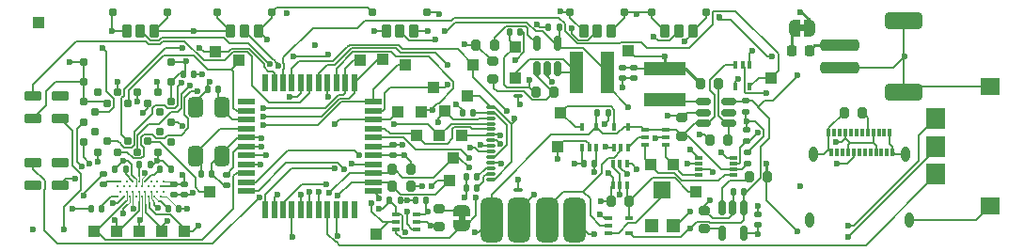
<source format=gbl>
%TF.GenerationSoftware,KiCad,Pcbnew,7.0.7*%
%TF.CreationDate,2023-09-30T12:20:31-04:00*%
%TF.ProjectId,bt-md-remote,62742d6d-642d-4726-956d-6f74652e6b69,rev?*%
%TF.SameCoordinates,Original*%
%TF.FileFunction,Copper,L4,Bot*%
%TF.FilePolarity,Positive*%
%FSLAX46Y46*%
G04 Gerber Fmt 4.6, Leading zero omitted, Abs format (unit mm)*
G04 Created by KiCad (PCBNEW 7.0.7) date 2023-09-30 12:20:31*
%MOMM*%
%LPD*%
G01*
G04 APERTURE LIST*
G04 Aperture macros list*
%AMRoundRect*
0 Rectangle with rounded corners*
0 $1 Rounding radius*
0 $2 $3 $4 $5 $6 $7 $8 $9 X,Y pos of 4 corners*
0 Add a 4 corners polygon primitive as box body*
4,1,4,$2,$3,$4,$5,$6,$7,$8,$9,$2,$3,0*
0 Add four circle primitives for the rounded corners*
1,1,$1+$1,$2,$3*
1,1,$1+$1,$4,$5*
1,1,$1+$1,$6,$7*
1,1,$1+$1,$8,$9*
0 Add four rect primitives between the rounded corners*
20,1,$1+$1,$2,$3,$4,$5,0*
20,1,$1+$1,$4,$5,$6,$7,0*
20,1,$1+$1,$6,$7,$8,$9,0*
20,1,$1+$1,$8,$9,$2,$3,0*%
%AMFreePoly0*
4,1,19,0.500000,-0.750000,0.000000,-0.750000,0.000000,-0.744911,-0.071157,-0.744911,-0.207708,-0.704816,-0.327430,-0.627875,-0.420627,-0.520320,-0.479746,-0.390866,-0.500000,-0.250000,-0.500000,0.250000,-0.479746,0.390866,-0.420627,0.520320,-0.327430,0.627875,-0.207708,0.704816,-0.071157,0.744911,0.000000,0.744911,0.000000,0.750000,0.500000,0.750000,0.500000,-0.750000,0.500000,-0.750000,
$1*%
%AMFreePoly1*
4,1,19,0.000000,0.744911,0.071157,0.744911,0.207708,0.704816,0.327430,0.627875,0.420627,0.520320,0.479746,0.390866,0.500000,0.250000,0.500000,-0.250000,0.479746,-0.390866,0.420627,-0.520320,0.327430,-0.627875,0.207708,-0.704816,0.071157,-0.744911,0.000000,-0.744911,0.000000,-0.750000,-0.500000,-0.750000,-0.500000,0.750000,0.000000,0.750000,0.000000,0.744911,0.000000,0.744911,
$1*%
G04 Aperture macros list end*
%TA.AperFunction,SMDPad,CuDef*%
%ADD10RoundRect,0.200000X-0.200000X-0.425000X0.200000X-0.425000X0.200000X0.425000X-0.200000X0.425000X0*%
%TD*%
%TA.AperFunction,SMDPad,CuDef*%
%ADD11RoundRect,0.175000X-0.175000X-0.175000X0.175000X-0.175000X0.175000X0.175000X-0.175000X0.175000X0*%
%TD*%
%TA.AperFunction,SMDPad,CuDef*%
%ADD12RoundRect,0.140000X-0.170000X0.140000X-0.170000X-0.140000X0.170000X-0.140000X0.170000X0.140000X0*%
%TD*%
%TA.AperFunction,SMDPad,CuDef*%
%ADD13RoundRect,0.175000X0.175000X0.175000X-0.175000X0.175000X-0.175000X-0.175000X0.175000X-0.175000X0*%
%TD*%
%TA.AperFunction,SMDPad,CuDef*%
%ADD14RoundRect,0.250000X-1.500000X-0.250000X1.500000X-0.250000X1.500000X0.250000X-1.500000X0.250000X0*%
%TD*%
%TA.AperFunction,SMDPad,CuDef*%
%ADD15RoundRect,0.375000X-1.325000X-0.375000X1.325000X-0.375000X1.325000X0.375000X-1.325000X0.375000X0*%
%TD*%
%TA.AperFunction,SMDPad,CuDef*%
%ADD16R,1.000000X1.000000*%
%TD*%
%TA.AperFunction,SMDPad,CuDef*%
%ADD17RoundRect,0.140000X0.140000X0.170000X-0.140000X0.170000X-0.140000X-0.170000X0.140000X-0.170000X0*%
%TD*%
%TA.AperFunction,ComponentPad*%
%ADD18R,1.000000X1.000000*%
%TD*%
%TA.AperFunction,SMDPad,CuDef*%
%ADD19RoundRect,0.218750X0.218750X0.256250X-0.218750X0.256250X-0.218750X-0.256250X0.218750X-0.256250X0*%
%TD*%
%TA.AperFunction,SMDPad,CuDef*%
%ADD20RoundRect,0.140000X0.170000X-0.140000X0.170000X0.140000X-0.170000X0.140000X-0.170000X-0.140000X0*%
%TD*%
%TA.AperFunction,SMDPad,CuDef*%
%ADD21R,0.400000X0.650000*%
%TD*%
%TA.AperFunction,SMDPad,CuDef*%
%ADD22RoundRect,0.140000X-0.140000X-0.170000X0.140000X-0.170000X0.140000X0.170000X-0.140000X0.170000X0*%
%TD*%
%TA.AperFunction,SMDPad,CuDef*%
%ADD23RoundRect,0.200000X-0.275000X0.200000X-0.275000X-0.200000X0.275000X-0.200000X0.275000X0.200000X0*%
%TD*%
%TA.AperFunction,SMDPad,CuDef*%
%ADD24R,0.650000X0.400000*%
%TD*%
%TA.AperFunction,SMDPad,CuDef*%
%ADD25R,3.700000X1.200000*%
%TD*%
%TA.AperFunction,SMDPad,CuDef*%
%ADD26R,0.300000X0.700000*%
%TD*%
%TA.AperFunction,ComponentPad*%
%ADD27O,0.800000X1.400000*%
%TD*%
%TA.AperFunction,SMDPad,CuDef*%
%ADD28RoundRect,0.200000X-0.200000X-0.275000X0.200000X-0.275000X0.200000X0.275000X-0.200000X0.275000X0*%
%TD*%
%TA.AperFunction,SMDPad,CuDef*%
%ADD29RoundRect,0.150000X0.150000X-0.512500X0.150000X0.512500X-0.150000X0.512500X-0.150000X-0.512500X0*%
%TD*%
%TA.AperFunction,SMDPad,CuDef*%
%ADD30RoundRect,0.350000X0.350000X-0.550000X0.350000X0.550000X-0.350000X0.550000X-0.350000X-0.550000X0*%
%TD*%
%TA.AperFunction,SMDPad,CuDef*%
%ADD31FreePoly0,270.000000*%
%TD*%
%TA.AperFunction,SMDPad,CuDef*%
%ADD32FreePoly1,270.000000*%
%TD*%
%TA.AperFunction,SMDPad,CuDef*%
%ADD33RoundRect,0.200000X0.200000X0.275000X-0.200000X0.275000X-0.200000X-0.275000X0.200000X-0.275000X0*%
%TD*%
%TA.AperFunction,SMDPad,CuDef*%
%ADD34RoundRect,0.200000X-0.600000X-0.200000X0.600000X-0.200000X0.600000X0.200000X-0.600000X0.200000X0*%
%TD*%
%TA.AperFunction,SMDPad,CuDef*%
%ADD35RoundRect,0.150000X-0.512500X-0.150000X0.512500X-0.150000X0.512500X0.150000X-0.512500X0.150000X0*%
%TD*%
%TA.AperFunction,SMDPad,CuDef*%
%ADD36FreePoly0,0.000000*%
%TD*%
%TA.AperFunction,SMDPad,CuDef*%
%ADD37FreePoly1,0.000000*%
%TD*%
%TA.AperFunction,SMDPad,CuDef*%
%ADD38R,1.800000X1.900000*%
%TD*%
%TA.AperFunction,SMDPad,CuDef*%
%ADD39R,1.700000X1.600000*%
%TD*%
%TA.AperFunction,SMDPad,CuDef*%
%ADD40C,0.190000*%
%TD*%
%TA.AperFunction,SMDPad,CuDef*%
%ADD41R,1.500000X0.550000*%
%TD*%
%TA.AperFunction,SMDPad,CuDef*%
%ADD42R,0.550000X1.500000*%
%TD*%
%TA.AperFunction,SMDPad,CuDef*%
%ADD43RoundRect,0.250000X-0.300000X0.300000X-0.300000X-0.300000X0.300000X-0.300000X0.300000X0.300000X0*%
%TD*%
%TA.AperFunction,SMDPad,CuDef*%
%ADD44R,0.800000X0.300000*%
%TD*%
%TA.AperFunction,SMDPad,CuDef*%
%ADD45R,1.200000X1.200000*%
%TD*%
%TA.AperFunction,SMDPad,CuDef*%
%ADD46R,1.600000X1.500000*%
%TD*%
%TA.AperFunction,SMDPad,CuDef*%
%ADD47RoundRect,0.500000X0.500000X1.500000X-0.500000X1.500000X-0.500000X-1.500000X0.500000X-1.500000X0*%
%TD*%
%TA.AperFunction,SMDPad,CuDef*%
%ADD48RoundRect,0.150000X-0.150000X0.512500X-0.150000X-0.512500X0.150000X-0.512500X0.150000X0.512500X0*%
%TD*%
%TA.AperFunction,SMDPad,CuDef*%
%ADD49RoundRect,0.147500X-0.147500X-0.172500X0.147500X-0.172500X0.147500X0.172500X-0.147500X0.172500X0*%
%TD*%
%TA.AperFunction,SMDPad,CuDef*%
%ADD50R,1.200000X3.700000*%
%TD*%
%TA.AperFunction,SMDPad,CuDef*%
%ADD51RoundRect,0.075000X0.325000X0.075000X-0.325000X0.075000X-0.325000X-0.075000X0.325000X-0.075000X0*%
%TD*%
%TA.AperFunction,SMDPad,CuDef*%
%ADD52RoundRect,0.100000X0.300000X0.100000X-0.300000X0.100000X-0.300000X-0.100000X0.300000X-0.100000X0*%
%TD*%
%TA.AperFunction,ViaPad*%
%ADD53C,0.600000*%
%TD*%
%TA.AperFunction,Conductor*%
%ADD54C,0.127000*%
%TD*%
%TA.AperFunction,Conductor*%
%ADD55C,0.152400*%
%TD*%
%TA.AperFunction,Conductor*%
%ADD56C,0.114300*%
%TD*%
%TA.AperFunction,Conductor*%
%ADD57C,0.254000*%
%TD*%
%TA.AperFunction,Conductor*%
%ADD58C,0.114000*%
%TD*%
G04 APERTURE END LIST*
%TA.AperFunction,EtchedComponent*%
%TO.C,JP2*%
G36*
X148128000Y-128632000D02*
G01*
X147528000Y-128632000D01*
X147528000Y-128132000D01*
X148128000Y-128132000D01*
X148128000Y-128632000D01*
G37*
%TD.AperFunction*%
%TA.AperFunction,EtchedComponent*%
%TO.C,JP1*%
G36*
X178700000Y-111552000D02*
G01*
X178200000Y-111552000D01*
X178200000Y-110952000D01*
X178700000Y-110952000D01*
X178700000Y-111552000D01*
G37*
%TD.AperFunction*%
%TD*%
D10*
%TO.P,SW4,1,A*%
%TO.N,GND*%
X127000000Y-111521047D03*
%TO.P,SW4,2,B*%
%TO.N,BTN_MODE*%
X128250000Y-111521047D03*
%TO.P,SW4,3,AA*%
%TO.N,GND*%
X129500000Y-111521047D03*
D11*
%TO.P,SW4,4,GND*%
X125800000Y-109796047D03*
%TO.P,SW4,5,GND*%
X130700000Y-109796047D03*
%TD*%
D10*
%TO.P,SW5,1,A*%
%TO.N,GND*%
X158770000Y-111521047D03*
%TO.P,SW5,2,B*%
%TO.N,BTN_TRK_BCK*%
X160020000Y-111521047D03*
%TO.P,SW5,3,AA*%
%TO.N,GND*%
X161270000Y-111521047D03*
D11*
%TO.P,SW5,4,GND*%
X157570000Y-109796047D03*
%TO.P,SW5,5,GND*%
X162470000Y-109796047D03*
%TD*%
D10*
%TO.P,SW6,1,A*%
%TO.N,GND*%
X166093699Y-111521047D03*
%TO.P,SW6,2,B*%
%TO.N,BTN_TRK_FWD*%
X167343699Y-111521047D03*
%TO.P,SW6,3,AA*%
%TO.N,GND*%
X168593699Y-111521047D03*
D11*
%TO.P,SW6,4,GND*%
X164893699Y-109796047D03*
%TO.P,SW6,5,GND*%
X169793699Y-109796047D03*
%TD*%
D10*
%TO.P,SW2,1,A*%
%TO.N,GND*%
X140990000Y-111521047D03*
%TO.P,SW2,2,B*%
%TO.N,BTN_DISPLAY_ON*%
X142240000Y-111521047D03*
%TO.P,SW2,3,AA*%
%TO.N,GND*%
X143490000Y-111521047D03*
D11*
%TO.P,SW2,4,GND*%
X139790000Y-109796047D03*
%TO.P,SW2,5,GND*%
X144690000Y-109796047D03*
%TD*%
D10*
%TO.P,SW3,1,A*%
%TO.N,GND*%
X117622000Y-111521047D03*
%TO.P,SW3,2,B*%
%TO.N,BTN_DISPLAY*%
X118872000Y-111521047D03*
%TO.P,SW3,3,AA*%
%TO.N,GND*%
X120122000Y-111521047D03*
D11*
%TO.P,SW3,4,GND*%
X116422000Y-109796047D03*
%TO.P,SW3,5,GND*%
X121322000Y-109796047D03*
%TD*%
D12*
%TO.P,C9,1*%
%TO.N,GND*%
X174498000Y-128044000D03*
%TO.P,C9,2*%
%TO.N,VBUS*%
X174498000Y-129004000D03*
%TD*%
D13*
%TO.P,U13,1,GND*%
%TO.N,GND*%
X120407375Y-122412000D03*
%TO.P,U13,2,TX_DBG*%
%TO.N,/TX_DBG*%
X119507375Y-121412000D03*
%TO.P,U13,3,HCI_CTS*%
%TO.N,/HCI_CTS*%
X118607375Y-122412000D03*
%TO.P,U13,4,HCI_RTS*%
%TO.N,/HCI_RTS*%
X117707375Y-121412000D03*
%TO.P,U13,5,HCI_RX*%
%TO.N,/HCI_TO_BT*%
X116807375Y-122412000D03*
%TO.P,U13,6,HCI_TX*%
%TO.N,/HCI_FROM_BT*%
X115907375Y-121412000D03*
%TO.P,U13,7,AUD_FSYNC*%
%TO.N,/I2S_WCLK*%
X115007375Y-122412000D03*
%TO.P,U13,8,SLOW_CLK_IN*%
%TO.N,/BT_SLOW_CLK*%
X113757375Y-121512000D03*
%TO.P,U13,9,NC*%
%TO.N,unconnected-(U13-NC-Pad9)*%
X114757375Y-120612000D03*
%TO.P,U13,10,MLDO_OUT*%
%TO.N,+1V8*%
X113757375Y-119712000D03*
%TO.P,U13,11,CL1.5_LDO_IN*%
%TO.N,+BATT*%
X114757375Y-118812000D03*
%TO.P,U13,12,GND*%
%TO.N,GND*%
X113757375Y-117912000D03*
%TO.P,U13,13,RF*%
%TO.N,unconnected-(U13-RF-Pad13)*%
X115007375Y-117012000D03*
%TO.P,U13,14,GND*%
%TO.N,GND*%
X115907375Y-118012000D03*
%TO.P,U13,15,MLDO_IN*%
%TO.N,+1V8*%
X116807375Y-117012000D03*
%TO.P,U13,16,~{SHUTD}*%
%TO.N,/HCI_~{SHUTD}*%
X117707375Y-118012000D03*
%TO.P,U13,17,AUD_OUT*%
%TO.N,/I2S_TO_CODEC*%
X118607375Y-117012000D03*
%TO.P,U13,18,AUD_IN*%
%TO.N,/I2C_FROM_CODEC*%
X119507375Y-118012000D03*
%TO.P,U13,19,AUD_CLK*%
%TO.N,/I2S_BCLK*%
X120407375Y-117012000D03*
%TO.P,U13,20,GND*%
%TO.N,GND*%
X121657375Y-117912000D03*
%TO.P,U13,21,EE_I2C_SDA*%
%TO.N,unconnected-(U13-EE_I2C_SDA-Pad21)*%
X120657375Y-118812000D03*
%TO.P,U13,22,Vdd_io*%
%TO.N,+1V8*%
X121657375Y-119712000D03*
%TO.P,U13,23,EE_I2C_SCL*%
%TO.N,unconnected-(U13-EE_I2C_SCL-Pad23)*%
X120657375Y-120612000D03*
%TO.P,U13,24,NC*%
%TO.N,unconnected-(U13-NC-Pad24)*%
X121657375Y-121512000D03*
%TO.P,U13,A,ANT_GND*%
%TO.N,GND*%
X121657375Y-116112000D03*
%TO.P,U13,B,ANT_GND*%
X113757375Y-116112000D03*
%TO.P,U13,C,ANT_GND*%
X121657375Y-114312000D03*
%TO.P,U13,D,ANT_GND*%
X113757375Y-114312000D03*
%TD*%
D12*
%TO.P,C6,1*%
%TO.N,GND*%
X121875895Y-125315088D03*
%TO.P,C6,2*%
%TO.N,+1V8*%
X121875895Y-126275088D03*
%TD*%
D14*
%TO.P,CN2,1,Pin_1*%
%TO.N,Net-(CN2-Pin_1)*%
X181864000Y-112808000D03*
%TO.P,CN2,2,Pin_2*%
%TO.N,GND*%
X181864000Y-114808000D03*
D15*
%TO.P,CN2,MP,MountPin*%
X187614000Y-117008000D03*
X187614000Y-110608000D03*
%TD*%
D16*
%TO.P,TP16,1,1*%
%TO.N,REMOTE_TAKEOVER*%
X145288000Y-116586000D03*
%TD*%
%TO.P,TP9,1,1*%
%TO.N,I2C_SDA*%
X146683219Y-124969277D03*
%TD*%
D17*
%TO.P,C26,1*%
%TO.N,Net-(U14-MIC2_P{slash}DMIC2CLK)*%
X115387000Y-127508000D03*
%TO.P,C26,2*%
%TO.N,AUDIO_IN_R*%
X114427000Y-127508000D03*
%TD*%
%TO.P,C24,1*%
%TO.N,Net-(U14-VREF)*%
X117546000Y-123952000D03*
%TO.P,C24,2*%
%TO.N,GND*%
X116586000Y-123952000D03*
%TD*%
D16*
%TO.P,TP10,1,1*%
%TO.N,OLED_SCLK*%
X148844000Y-114554000D03*
%TD*%
D17*
%TO.P,C13,1*%
%TO.N,/OSC2*%
X125857000Y-116779135D03*
%TO.P,C13,2*%
%TO.N,GND*%
X124897000Y-116779135D03*
%TD*%
D16*
%TO.P,TP23,1,1*%
%TO.N,/HCI_TO_BT*%
X138684000Y-114149667D03*
%TD*%
%TO.P,TP14,1,1*%
%TO.N,OLED_FR*%
X146304000Y-118745000D03*
%TD*%
%TO.P,TP6,1,1*%
%TO.N,BTN_PLAYPAUSE_LV*%
X175659217Y-115738728D03*
%TD*%
%TO.P,TP26,1,1*%
%TO.N,/I2S_BCLK*%
X122809000Y-129540000D03*
%TD*%
%TO.P,TP21,1,1*%
%TO.N,/HCI_RTS*%
X125603000Y-113411000D03*
%TD*%
D18*
%TO.P,TP2,1,1*%
%TO.N,GND*%
X109728000Y-110744000D03*
%TD*%
D19*
%TO.P,F1,1*%
%TO.N,Net-(CN2-Pin_1)*%
X179095500Y-113284000D03*
%TO.P,F1,2*%
%TO.N,Net-(JP1-A)*%
X177520500Y-113284000D03*
%TD*%
D20*
%TO.P,C1,1*%
%TO.N,GND*%
X173323252Y-118792832D03*
%TO.P,C1,2*%
%TO.N,+BATT*%
X173323252Y-117832832D03*
%TD*%
D21*
%TO.P,U10,1,VCCA*%
%TO.N,+1V8*%
X161402000Y-123510000D03*
%TO.P,U10,2,GND*%
%TO.N,GND*%
X162052000Y-123510000D03*
%TO.P,U10,3,A*%
%TO.N,REMOTE_TAKEOVER*%
X162702000Y-123510000D03*
%TO.P,U10,4,B*%
%TO.N,/IO/REMOTE_TAKEOVER_HV*%
X162702000Y-125410000D03*
%TO.P,U10,5,DIR*%
%TO.N,+1V8*%
X162052000Y-125410000D03*
%TO.P,U10,6,VCCB*%
%TO.N,+BATT*%
X161402000Y-125410000D03*
%TD*%
D22*
%TO.P,C15,1*%
%TO.N,GND*%
X122710000Y-115443000D03*
%TO.P,C15,2*%
%TO.N,+1V8*%
X123670000Y-115443000D03*
%TD*%
D16*
%TO.P,TP1,1,1*%
%TO.N,/TX_DBG*%
X125095000Y-125984000D03*
%TD*%
D20*
%TO.P,C20,1*%
%TO.N,+1V8*%
X122853030Y-126273209D03*
%TO.P,C20,2*%
%TO.N,GND*%
X122853030Y-125313209D03*
%TD*%
D21*
%TO.P,U8,1,VCCA*%
%TO.N,+1V8*%
X159921797Y-122060714D03*
%TO.P,U8,2,A*%
%TO.N,REMOTE_SEND*%
X159271797Y-122060714D03*
%TO.P,U8,3,GND*%
%TO.N,GND*%
X158621797Y-122060714D03*
%TO.P,U8,4,B*%
%TO.N,/IO/REMOTE_SEND_HV*%
X158621797Y-120160714D03*
%TO.P,U8,5,VCCB*%
%TO.N,VREMOTE*%
X159921797Y-120160714D03*
%TD*%
D16*
%TO.P,TP32,1,1*%
%TO.N,/IO/I2C_SDA_HV*%
X164803408Y-123549258D03*
%TD*%
D17*
%TO.P,C12,1*%
%TO.N,Net-(CN4-Pin_13)*%
X149167298Y-125652510D03*
%TO.P,C12,2*%
%TO.N,GND*%
X148207298Y-125652510D03*
%TD*%
D16*
%TO.P,TP20,1,1*%
%TO.N,/HCI_~{SHUTD}*%
X127762000Y-114173000D03*
%TD*%
D17*
%TO.P,C17,1*%
%TO.N,GND*%
X142261496Y-126768718D03*
%TO.P,C17,2*%
%TO.N,VREMOTE*%
X141301496Y-126768718D03*
%TD*%
%TO.P,C11,1*%
%TO.N,Net-(CN4-Pin_12)*%
X149167298Y-124665184D03*
%TO.P,C11,2*%
%TO.N,GND*%
X148207298Y-124665184D03*
%TD*%
D23*
%TO.P,R6,1*%
%TO.N,GND*%
X150622000Y-114233847D03*
%TO.P,R6,2*%
%TO.N,/Power + Charging/16V5_FB*%
X150622000Y-115883847D03*
%TD*%
D16*
%TO.P,TP15,1,1*%
%TO.N,OLED_~{RESET}*%
X143764000Y-120904000D03*
%TD*%
D21*
%TO.P,U7,1*%
%TO.N,Net-(U6-B)*%
X162788027Y-122060714D03*
%TO.P,U7,2*%
%TO.N,TO_MD*%
X162138027Y-122060714D03*
%TO.P,U7,3,GND*%
%TO.N,GND*%
X161488027Y-122060714D03*
%TO.P,U7,4*%
%TO.N,/IO/REMOTE_SEND_HV*%
X161488027Y-120160714D03*
%TO.P,U7,5,VCC*%
%TO.N,VREMOTE*%
X162788027Y-120160714D03*
%TD*%
D24*
%TO.P,U11,1,VCCA*%
%TO.N,+1V8*%
X143770013Y-128064618D03*
%TO.P,U11,2,GND*%
%TO.N,GND*%
X143770013Y-128714618D03*
%TO.P,U11,3,A*%
%TO.N,MD_LCD*%
X143770013Y-129364618D03*
%TO.P,U11,4,B*%
%TO.N,FROM_MD*%
X141870013Y-129364618D03*
%TO.P,U11,5,DIR*%
%TO.N,MD_LCD_DIR*%
X141870013Y-128714618D03*
%TO.P,U11,6,VCCB*%
%TO.N,VREMOTE*%
X141870013Y-128064618D03*
%TD*%
D16*
%TO.P,TP31,1,1*%
%TO.N,/IO/I2C_SCL_HV*%
X166837709Y-123549258D03*
%TD*%
D25*
%TO.P,L1,1,1*%
%TO.N,Net-(U1-SW)*%
X166116000Y-117732000D03*
%TO.P,L1,2,2*%
%TO.N,+1V8*%
X166116000Y-114932000D03*
%TD*%
D26*
%TO.P,CN1,A1,GND*%
%TO.N,GND*%
X186348000Y-120710000D03*
%TO.P,CN1,A2,TX1+*%
%TO.N,unconnected-(CN1-TX1+-PadA2)*%
X185848000Y-120710000D03*
%TO.P,CN1,A3,TX1-*%
%TO.N,unconnected-(CN1-TX1--PadA3)*%
X185348000Y-120710000D03*
%TO.P,CN1,A4,VBUS*%
%TO.N,VBUS*%
X184848000Y-120710000D03*
%TO.P,CN1,A5,CC1*%
%TO.N,Net-(CN1-CC1)*%
X184348000Y-120710000D03*
%TO.P,CN1,A6,D+*%
%TO.N,unconnected-(CN1-D+-PadA6)*%
X183848000Y-120710000D03*
%TO.P,CN1,A7,D-*%
%TO.N,unconnected-(CN1-D--PadA7)*%
X183348000Y-120710000D03*
%TO.P,CN1,A8,SBU1*%
%TO.N,unconnected-(CN1-SBU1-PadA8)*%
X182848000Y-120710000D03*
%TO.P,CN1,A9,VBUS*%
%TO.N,VBUS*%
X182348000Y-120710000D03*
%TO.P,CN1,A10,RX2-*%
%TO.N,unconnected-(CN1-RX2--PadA10)*%
X181848000Y-120710000D03*
%TO.P,CN1,A11,RX2+*%
%TO.N,unconnected-(CN1-RX2+-PadA11)*%
X181348000Y-120710000D03*
%TO.P,CN1,A12,GND*%
%TO.N,GND*%
X180848000Y-120710000D03*
%TO.P,CN1,B1,GND*%
X181098000Y-122410000D03*
%TO.P,CN1,B2,TX2+*%
%TO.N,unconnected-(CN1-TX2+-PadB2)*%
X181598000Y-122410000D03*
%TO.P,CN1,B3,TX2-*%
%TO.N,unconnected-(CN1-TX2--PadB3)*%
X182098000Y-122410000D03*
%TO.P,CN1,B4,VBUS*%
%TO.N,VBUS*%
X182598000Y-122410000D03*
%TO.P,CN1,B5,CC2*%
%TO.N,Net-(CN1-CC2)*%
X183098000Y-122410000D03*
%TO.P,CN1,B6,D+*%
%TO.N,unconnected-(CN1-D+-PadB6)*%
X183598000Y-122410000D03*
%TO.P,CN1,B7,D-*%
%TO.N,unconnected-(CN1-D--PadB7)*%
X184098000Y-122410000D03*
%TO.P,CN1,B8,SBU2*%
%TO.N,unconnected-(CN1-SBU2-PadB8)*%
X184598000Y-122410000D03*
%TO.P,CN1,B9,VBUS*%
%TO.N,VBUS*%
X185098000Y-122410000D03*
%TO.P,CN1,B10,RX1-*%
%TO.N,unconnected-(CN1-RX1--PadB10)*%
X185598000Y-122410000D03*
%TO.P,CN1,B11,RX1+*%
%TO.N,unconnected-(CN1-RX1+-PadB11)*%
X186098000Y-122410000D03*
%TO.P,CN1,B12,GND*%
%TO.N,GND*%
X186598000Y-122410000D03*
D27*
%TO.P,CN1,S1,SHIELD*%
X188088000Y-128570000D03*
X187728000Y-122620000D03*
X179468000Y-122620000D03*
X179108000Y-128570000D03*
%TD*%
D23*
%TO.P,R9,1*%
%TO.N,GND*%
X167613245Y-119347443D03*
%TO.P,R9,2*%
%TO.N,VREMOTE*%
X167613245Y-120997443D03*
%TD*%
D28*
%TO.P,R12,1*%
%TO.N,I2C_SDA*%
X141552135Y-125515285D03*
%TO.P,R12,2*%
%TO.N,+1V8*%
X143202135Y-125515285D03*
%TD*%
D16*
%TO.P,TP17,1,1*%
%TO.N,REMOTE_SEND*%
X156464000Y-121920000D03*
%TD*%
D29*
%TO.P,U3,1,SW*%
%TO.N,/Power + Charging/16V5_SW*%
X156454739Y-114929500D03*
%TO.P,U3,2,GND*%
%TO.N,GND*%
X155504739Y-114929500D03*
%TO.P,U3,3,FB*%
%TO.N,/Power + Charging/16V5_FB*%
X154554739Y-114929500D03*
%TO.P,U3,4,~{SHDN}*%
%TO.N,16V5_EN*%
X154554739Y-112654500D03*
%TO.P,U3,5,IN*%
%TO.N,+BATT*%
X156454739Y-112654500D03*
%TD*%
D30*
%TO.P,X1,1,1*%
%TO.N,/OSC1*%
X123838000Y-122764000D03*
%TO.P,X1,2,2*%
%TO.N,GND*%
X123838000Y-118364000D03*
%TO.P,X1,3,3*%
%TO.N,/OSC2*%
X126238000Y-118364000D03*
%TO.P,X1,4,4*%
%TO.N,GND*%
X126238000Y-122764000D03*
%TD*%
D22*
%TO.P,C10,1*%
%TO.N,GND*%
X172240000Y-125984000D03*
%TO.P,C10,2*%
%TO.N,+BATT*%
X173200000Y-125984000D03*
%TD*%
%TO.P,C28,1*%
%TO.N,GND*%
X143621727Y-126776530D03*
%TO.P,C28,2*%
%TO.N,+1V8*%
X144581727Y-126776530D03*
%TD*%
D20*
%TO.P,C3,1*%
%TO.N,GND*%
X163294940Y-115774305D03*
%TO.P,C3,2*%
%TO.N,+1V8*%
X163294940Y-114814305D03*
%TD*%
D16*
%TO.P,TP19,1,1*%
%TO.N,MD_LCD_DIR*%
X140097399Y-129790719D03*
%TD*%
D22*
%TO.P,C22,1*%
%TO.N,Net-(U14-DACREF)*%
X120651167Y-123958230D03*
%TO.P,C22,2*%
%TO.N,GND*%
X121611167Y-123958230D03*
%TD*%
D31*
%TO.P,JP2,1,A*%
%TO.N,Net-(JP2-A)*%
X147828000Y-127732000D03*
D32*
%TO.P,JP2,2,B*%
%TO.N,FROM_MD*%
X147828000Y-129032000D03*
%TD*%
D33*
%TO.P,R4,1*%
%TO.N,/Power + Charging/1V8_FB*%
X170911118Y-116280296D03*
%TO.P,R4,2*%
%TO.N,+1V8*%
X169261118Y-116280296D03*
%TD*%
D24*
%TO.P,U6,1,VDD*%
%TO.N,VREMOTE*%
X166176003Y-120445293D03*
%TO.P,U6,2,VSS*%
%TO.N,GND*%
X166176003Y-121095293D03*
%TO.P,U6,3,SCL*%
%TO.N,/IO/I2C_SCL_HV*%
X166176003Y-121745293D03*
%TO.P,U6,4,SDA*%
%TO.N,/IO/I2C_SDA_HV*%
X164276003Y-121745293D03*
%TO.P,U6,5,B*%
%TO.N,Net-(U6-B)*%
X164276003Y-121095293D03*
%TO.P,U6,6,W*%
%TO.N,VREMOTE*%
X164276003Y-120445293D03*
%TD*%
D12*
%TO.P,C4,1*%
%TO.N,GND*%
X141639627Y-121748146D03*
%TO.P,C4,2*%
%TO.N,+1V8*%
X141639627Y-122708146D03*
%TD*%
D34*
%TO.P,SW7,1,1*%
%TO.N,unconnected-(SW7-Pad1)*%
X109220000Y-125380000D03*
%TO.P,SW7,2,2*%
%TO.N,HOLD_ALL*%
X109220000Y-123380000D03*
%TO.P,SW7,3,3*%
%TO.N,GND*%
X109220000Y-119380000D03*
%TO.P,SW7,4,4*%
%TO.N,HOLD_XCPT_VOL*%
X109220000Y-117380000D03*
%TO.P,SW7,5,5*%
%TO.N,/UI/PLAYPAUSE_HOLD*%
X111620000Y-125380000D03*
%TO.P,SW7,6,6*%
%TO.N,unconnected-(SW7-Pad6)*%
X111620000Y-123380000D03*
%TO.P,SW7,7,7*%
%TO.N,VREMOTE*%
X111620000Y-119380000D03*
%TO.P,SW7,8,8*%
%TO.N,unconnected-(SW7-Pad8)*%
X111620000Y-117380000D03*
%TD*%
D35*
%TO.P,U1,1,EN*%
%TO.N,VREMOTE*%
X169550500Y-119822000D03*
%TO.P,U1,2,GND*%
%TO.N,GND*%
X169550500Y-118872000D03*
%TO.P,U1,3,SW*%
%TO.N,Net-(U1-SW)*%
X169550500Y-117922000D03*
%TO.P,U1,4,VIN*%
%TO.N,+BATT*%
X171825500Y-117922000D03*
%TO.P,U1,5,PG*%
%TO.N,unconnected-(U1-PG-Pad5)*%
X171825500Y-118872000D03*
%TO.P,U1,6,FB*%
%TO.N,/Power + Charging/1V8_FB*%
X171825500Y-119822000D03*
%TD*%
D20*
%TO.P,C5,1*%
%TO.N,GND*%
X126622189Y-125430147D03*
%TO.P,C5,2*%
%TO.N,+1V8*%
X126622189Y-124470147D03*
%TD*%
D16*
%TO.P,TP12,1,1*%
%TO.N,OLED_~{CS}*%
X145796000Y-120904000D03*
%TD*%
%TO.P,TP8,1,1*%
%TO.N,I2C_SCL*%
X147066000Y-122936000D03*
%TD*%
%TO.P,TP18,1,1*%
%TO.N,MD_LCD*%
X142010059Y-118836461D03*
%TD*%
D22*
%TO.P,C14,1*%
%TO.N,/OSC1*%
X124338780Y-124386184D03*
%TO.P,C14,2*%
%TO.N,GND*%
X125298780Y-124386184D03*
%TD*%
D16*
%TO.P,TP7,1,1*%
%TO.N,CODEC_~{IRQ}*%
X114681000Y-129540000D03*
%TD*%
%TO.P,TP27,1,1*%
%TO.N,/I2S_TO_CODEC*%
X120777000Y-129540000D03*
%TD*%
%TO.P,TP22,1,1*%
%TO.N,/HCI_CTS*%
X140716000Y-114111357D03*
%TD*%
D21*
%TO.P,U12,1,VCCA*%
%TO.N,VREMOTE*%
X172436000Y-114620000D03*
%TO.P,U12,2,A*%
%TO.N,BTN_PLAYPAUSE_HV*%
X173086000Y-114620000D03*
%TO.P,U12,3,GND*%
%TO.N,GND*%
X173736000Y-114620000D03*
%TO.P,U12,4,B*%
%TO.N,BTN_PLAYPAUSE_LV*%
X173736000Y-116520000D03*
%TO.P,U12,5,VCCB*%
%TO.N,+1V8*%
X172436000Y-116520000D03*
%TD*%
D20*
%TO.P,C25,1*%
%TO.N,Net-(U14-MIC1_P{slash}DMIC1CLK)*%
X115570000Y-125349000D03*
%TO.P,C25,2*%
%TO.N,AUDIO_IN_L*%
X115570000Y-124389000D03*
%TD*%
D36*
%TO.P,JP1,1,A*%
%TO.N,Net-(JP1-A)*%
X177800000Y-111252000D03*
D37*
%TO.P,JP1,2,B*%
%TO.N,RAW_BATT+*%
X179100000Y-111252000D03*
%TD*%
D16*
%TO.P,TP28,1,1*%
%TO.N,/I2C_FROM_CODEC*%
X116713000Y-129540000D03*
%TD*%
%TO.P,TP5,1,1*%
%TO.N,+16V5*%
X148336000Y-117348000D03*
%TD*%
D28*
%TO.P,R3,1*%
%TO.N,GND*%
X170123336Y-121332479D03*
%TO.P,R3,2*%
%TO.N,/Power + Charging/1V8_FB*%
X171773336Y-121332479D03*
%TD*%
D38*
%TO.P,SW8,1,1*%
%TO.N,BTN_VOL_UP*%
X190510000Y-124420000D03*
%TO.P,SW8,2,2*%
%TO.N,BTN_VOL_DOWN*%
X190510000Y-119420000D03*
D39*
%TO.P,SW8,C,C*%
%TO.N,GND*%
X195360000Y-127320000D03*
X195360000Y-116520000D03*
D38*
%TO.P,SW8,T,T*%
%TO.N,BTN_VOL_PRESS*%
X190510000Y-121920000D03*
%TD*%
D24*
%TO.P,U9,1*%
%TO.N,/IO/PLAYPAUSE_TR*%
X161004193Y-129691245D03*
%TO.P,U9,2*%
%TO.N,TO_MD*%
X161004193Y-129041245D03*
%TO.P,U9,3,GND*%
%TO.N,GND*%
X161004193Y-128391245D03*
%TO.P,U9,4*%
%TO.N,/IO/REMOTE_TAKEOVER_HV*%
X162904193Y-128391245D03*
%TO.P,U9,5,VCC*%
%TO.N,+BATT*%
X162904193Y-129691245D03*
%TD*%
D22*
%TO.P,C29,1*%
%TO.N,GND*%
X158778000Y-123444000D03*
%TO.P,C29,2*%
%TO.N,+1V8*%
X159738000Y-123444000D03*
%TD*%
D33*
%TO.P,R5,1*%
%TO.N,/Power + Charging/16V5_FB*%
X156134174Y-117024790D03*
%TO.P,R5,2*%
%TO.N,+16V5*%
X154484174Y-117024790D03*
%TD*%
D40*
%TO.P,U14,A1,HPCSP*%
%TO.N,GND*%
X120946000Y-125054000D03*
%TO.P,U14,A3,HPR*%
%TO.N,unconnected-(U14-HPR-PadA3)*%
X120396000Y-125054000D03*
%TO.P,U14,A5,HPL*%
%TO.N,unconnected-(U14-HPL-PadA5)*%
X119846000Y-125054000D03*
%TO.P,U14,A7,DACREF*%
%TO.N,Net-(U14-DACREF)*%
X119296000Y-125054000D03*
%TO.P,U14,A9,VMID*%
%TO.N,Net-(U14-VMID)*%
X118746000Y-125054000D03*
%TO.P,U14,A11,VREF*%
%TO.N,Net-(U14-VREF)*%
X118196000Y-125054000D03*
%TO.P,U14,A13,VDD_MIC*%
%TO.N,unconnected-(U14-VDD_MIC-PadA13)*%
X117646000Y-125054000D03*
%TO.P,U14,A15,MIC1_P/DMIC1CLK*%
%TO.N,Net-(U14-MIC1_P{slash}DMIC1CLK)*%
X117096000Y-125054000D03*
%TO.P,U14,B2,GND_CP*%
%TO.N,GND*%
X120676000Y-125529000D03*
%TO.P,U14,B4,GND_SENSE*%
%TO.N,unconnected-(U14-GND_SENSE-PadB4)*%
X120126000Y-125529000D03*
%TO.P,U14,B6,HPLDET*%
%TO.N,unconnected-(U14-HPLDET-PadB6)*%
X119576000Y-125529000D03*
%TO.P,U14,B8,VDD*%
%TO.N,+1V8*%
X119026000Y-125529000D03*
%TO.P,U14,B10,GND*%
%TO.N,GND*%
X118476000Y-125529000D03*
%TO.P,U14,B12,MICBIAS1*%
%TO.N,unconnected-(U14-MICBIAS1-PadB12)*%
X117926000Y-125529000D03*
%TO.P,U14,B14,MIC1_N/DMIC1IN*%
%TO.N,unconnected-(U14-MIC1_N{slash}DMIC1IN-PadB14)*%
X117376000Y-125529000D03*
%TO.P,U14,B16,MICBIAS2*%
%TO.N,unconnected-(U14-MICBIAS2-PadB16)*%
X116826000Y-125529000D03*
%TO.P,U14,C1,HPCFP*%
%TO.N,unconnected-(U14-HPCFP-PadC1)*%
X120946000Y-125984000D03*
%TO.P,U14,C3,HPCFN*%
%TO.N,unconnected-(U14-HPCFN-PadC3)*%
X120396000Y-125984000D03*
%TO.P,U14,C5,VDD_IO*%
%TO.N,+1V8*%
X119846000Y-125984000D03*
%TO.P,U14,C7,DATIN*%
%TO.N,/I2S_TO_CODEC*%
X119296000Y-125984000D03*
%TO.P,U14,C9,DATOUT*%
%TO.N,/I2C_FROM_CODEC*%
X118746000Y-125984000D03*
%TO.P,U14,C11,SCL*%
%TO.N,I2C_SCL*%
X118196000Y-125984000D03*
%TO.P,U14,C13,~{IRQ}*%
%TO.N,CODEC_~{IRQ}*%
X117646000Y-125984000D03*
%TO.P,U14,C15,MIC2_N/DMIC2IN*%
%TO.N,unconnected-(U14-MIC2_N{slash}DMIC2IN-PadC15)*%
X117096000Y-125984000D03*
%TO.P,U14,D2,HPCSN*%
%TO.N,GND*%
X120676000Y-126459000D03*
%TO.P,U14,D4,VDDDIG*%
%TO.N,Net-(U14-VDDDIG)*%
X120126000Y-126459000D03*
%TO.P,U14,D6,BCLK*%
%TO.N,/I2S_BCLK*%
X119576000Y-126459000D03*
%TO.P,U14,D8,WCLK*%
%TO.N,/I2S_WCLK*%
X119026000Y-126459000D03*
%TO.P,U14,D10,MCLK*%
%TO.N,unconnected-(U14-MCLK-PadD10)*%
X118476000Y-126459000D03*
%TO.P,U14,D12,SDA*%
%TO.N,I2C_SDA*%
X117926000Y-126459000D03*
%TO.P,U14,D14,AD*%
%TO.N,GND*%
X117376000Y-126459000D03*
%TO.P,U14,D16,MIC2_P/DMIC2CLK*%
%TO.N,Net-(U14-MIC2_P{slash}DMIC2CLK)*%
X116826000Y-126459000D03*
%TD*%
D33*
%TO.P,R13,1*%
%TO.N,/IO/REMOTE_TAKEOVER_HV*%
X162887550Y-126856896D03*
%TO.P,R13,2*%
%TO.N,+BATT*%
X161237550Y-126856896D03*
%TD*%
D41*
%TO.P,U2,1,RC7/RX1*%
%TO.N,/HCI_FROM_BT*%
X139812000Y-117920000D03*
%TO.P,U2,2,RD4*%
%TO.N,REMOTE_TAKEOVER*%
X139812000Y-118720000D03*
%TO.P,U2,3,RD5*%
%TO.N,MD_LCD*%
X139812000Y-119520000D03*
%TO.P,U2,4,RD6*%
%TO.N,OLED_~{RESET}*%
X139812000Y-120320000D03*
%TO.P,U2,5,RD7*%
%TO.N,REMOTE_SEND*%
X139812000Y-121120000D03*
%TO.P,U2,6,Vss*%
%TO.N,GND*%
X139812000Y-121920000D03*
%TO.P,U2,7,Vdd*%
%TO.N,+1V8*%
X139812000Y-122720000D03*
%TO.P,U2,8,RB0/INT0*%
%TO.N,~{BATT_ALERT}*%
X139812000Y-123520000D03*
%TO.P,U2,9,RB1/INT1/SCL2*%
%TO.N,I2C_SCL*%
X139812000Y-124320000D03*
%TO.P,U2,10,RB2/INT2/SDA2*%
%TO.N,I2C_SDA*%
X139812000Y-125120000D03*
%TO.P,U2,11,RB3*%
%TO.N,OLED_FR*%
X139812000Y-125920000D03*
D42*
%TO.P,U2,12,NC*%
%TO.N,unconnected-(U2-NC-Pad12)*%
X138112000Y-127620000D03*
%TO.P,U2,13,NC*%
%TO.N,unconnected-(U2-NC-Pad13)*%
X137312000Y-127620000D03*
%TO.P,U2,14,RB4*%
%TO.N,BTN_VOL_DOWN*%
X136512000Y-127620000D03*
%TO.P,U2,15,RB5*%
%TO.N,BTN_VOL_UP*%
X135712000Y-127620000D03*
%TO.P,U2,16,RB6/CTS2/ISCPCLK*%
%TO.N,ICSPCLK*%
X134912000Y-127620000D03*
%TO.P,U2,17,RB7/RX2/ICSPDAT*%
%TO.N,ICSPDAT*%
X134112000Y-127620000D03*
%TO.P,U2,18,RE3/~{MCLR}/Vpp*%
%TO.N,~{MCLR}{slash}Vpp*%
X133312000Y-127620000D03*
%TO.P,U2,19,RA0*%
%TO.N,BTN_VOL_PRESS*%
X132512000Y-127620000D03*
%TO.P,U2,20,RA1*%
%TO.N,BTN_DISPLAY_ON*%
X131712000Y-127620000D03*
%TO.P,U2,21,RA2*%
%TO.N,BTN_MODE*%
X130912000Y-127620000D03*
%TO.P,U2,22,RA3*%
%TO.N,BTN_TRK_BCK*%
X130112000Y-127620000D03*
D41*
%TO.P,U2,23,RA4*%
%TO.N,BTN_TRK_FWD*%
X128412000Y-125920000D03*
%TO.P,U2,24,RA5/SS1*%
%TO.N,OLED_~{CS}*%
X128412000Y-125120000D03*
%TO.P,U2,25,RE0*%
%TO.N,CODEC_~{IRQ}*%
X128412000Y-124320000D03*
%TO.P,U2,26,RE1*%
%TO.N,HOLD_ALL*%
X128412000Y-123520000D03*
%TO.P,U2,27,RE2*%
%TO.N,BTN_DISPLAY*%
X128412000Y-122720000D03*
%TO.P,U2,28,Vdd*%
%TO.N,+1V8*%
X128412000Y-121920000D03*
%TO.P,U2,29,Vss*%
%TO.N,GND*%
X128412000Y-121120000D03*
%TO.P,U2,30,RA7/OSC1*%
%TO.N,/OSC1*%
X128412000Y-120320000D03*
%TO.P,U2,31,RA6/OSC2*%
%TO.N,/OSC2*%
X128412000Y-119520000D03*
%TO.P,U2,32,RC0*%
%TO.N,/HCI_~{SHUTD}*%
X128412000Y-118720000D03*
%TO.P,U2,33,NC*%
%TO.N,unconnected-(U2-NC-Pad33)*%
X128412000Y-117920000D03*
D42*
%TO.P,U2,34,NC*%
%TO.N,unconnected-(U2-NC-Pad34)*%
X130112000Y-116220000D03*
%TO.P,U2,35,RC1*%
%TO.N,/HCI_RTS*%
X130912000Y-116220000D03*
%TO.P,U2,36,RC2*%
%TO.N,BTN_PLAYPAUSE_LV*%
X131712000Y-116220000D03*
%TO.P,U2,37,RC3/SCL1/SCK1*%
%TO.N,OLED_SCLK*%
X132512000Y-116220000D03*
%TO.P,U2,38,RD0*%
%TO.N,/BT_SLOW_CLK*%
X133312000Y-116220000D03*
%TO.P,U2,39,RD1*%
%TO.N,HOLD_XCPT_VOL*%
X134112000Y-116220000D03*
%TO.P,U2,40,RD2*%
%TO.N,OLED_DC*%
X134912000Y-116220000D03*
%TO.P,U2,41,RD3*%
%TO.N,MD_LCD_DIR*%
X135712000Y-116220000D03*
%TO.P,U2,42,RC4/SDA1/SDI1*%
%TO.N,OLED_DATA*%
X136512000Y-116220000D03*
%TO.P,U2,43,RC5*%
%TO.N,/HCI_TO_BT*%
X137312000Y-116220000D03*
%TO.P,U2,44,RC6/CTS1*%
%TO.N,/HCI_CTS*%
X138112000Y-116220000D03*
%TD*%
D16*
%TO.P,TP4,1,1*%
%TO.N,+1V8*%
X162814000Y-113284000D03*
%TD*%
D33*
%TO.P,R1,1*%
%TO.N,Net-(CN1-CC1)*%
X183896000Y-118872000D03*
%TO.P,R1,2*%
%TO.N,GND*%
X182246000Y-118872000D03*
%TD*%
D16*
%TO.P,TP11,1,1*%
%TO.N,OLED_DATA*%
X144121515Y-118848146D03*
%TD*%
D28*
%TO.P,R10,1*%
%TO.N,GND*%
X149107925Y-112759221D03*
%TO.P,R10,2*%
%TO.N,16V5_EN*%
X150757925Y-112759221D03*
%TD*%
D43*
%TO.P,D1,1,K*%
%TO.N,+16V5*%
X152623264Y-112939804D03*
%TO.P,D1,2,A*%
%TO.N,/Power + Charging/16V5_SW*%
X152623264Y-115739804D03*
%TD*%
D28*
%TO.P,R11,1*%
%TO.N,I2C_SCL*%
X141552135Y-124004720D03*
%TO.P,R11,2*%
%TO.N,+1V8*%
X143202135Y-124004720D03*
%TD*%
D44*
%TO.P,U5,1,B2*%
%TO.N,/IO/I2C_SCL_HV*%
X169164000Y-124444000D03*
%TO.P,U5,2,GND*%
%TO.N,GND*%
X169164000Y-123944000D03*
%TO.P,U5,3,VCCA*%
%TO.N,+1V8*%
X169164000Y-123444000D03*
%TO.P,U5,4,A2*%
%TO.N,I2C_SCL*%
X169164000Y-122944000D03*
%TO.P,U5,5,A1*%
%TO.N,I2C_SDA*%
X172264000Y-122944000D03*
%TO.P,U5,6,OE*%
%TO.N,+1V8*%
X172264000Y-123444000D03*
%TO.P,U5,7,VCCB*%
%TO.N,VREMOTE*%
X172264000Y-123944000D03*
%TO.P,U5,8,B1*%
%TO.N,/IO/I2C_SDA_HV*%
X172264000Y-124444000D03*
%TD*%
D12*
%TO.P,C27,1*%
%TO.N,GND*%
X173482000Y-120452000D03*
%TO.P,C27,2*%
%TO.N,+1V8*%
X173482000Y-121412000D03*
%TD*%
D17*
%TO.P,C19,1*%
%TO.N,GND*%
X122301000Y-127508000D03*
%TO.P,C19,2*%
%TO.N,Net-(U14-VDDDIG)*%
X121341000Y-127508000D03*
%TD*%
D23*
%TO.P,R14,1*%
%TO.N,Net-(JP2-A)*%
X145796000Y-127508000D03*
%TO.P,R14,2*%
%TO.N,GND*%
X145796000Y-129158000D03*
%TD*%
D17*
%TO.P,C8,1*%
%TO.N,GND*%
X153035000Y-111637420D03*
%TO.P,C8,2*%
%TO.N,+16V5*%
X152075000Y-111637420D03*
%TD*%
D16*
%TO.P,TP24,1,1*%
%TO.N,/HCI_FROM_BT*%
X142748000Y-114574860D03*
%TD*%
D20*
%TO.P,C2,1*%
%TO.N,GND*%
X162312575Y-115771387D03*
%TO.P,C2,2*%
%TO.N,+1V8*%
X162312575Y-114811387D03*
%TD*%
D16*
%TO.P,TP25,1,1*%
%TO.N,/I2S_WCLK*%
X118745000Y-129540000D03*
%TD*%
D45*
%TO.P,TR1,1,1*%
%TO.N,BTN_PLAYPAUSE_HV*%
X166862000Y-129054000D03*
D46*
%TO.P,TR1,2,2*%
%TO.N,/IO/PLAYPAUSE_TR*%
X165862000Y-125804000D03*
D45*
%TO.P,TR1,3,3*%
%TO.N,unconnected-(TR1-Pad3)*%
X164862000Y-129054000D03*
%TD*%
D33*
%TO.P,R8,1*%
%TO.N,Net-(LED1-A1)*%
X175353022Y-124663919D03*
%TO.P,R8,2*%
%TO.N,Net-(U4-STAT)*%
X173703022Y-124663919D03*
%TD*%
D16*
%TO.P,TP13,1,1*%
%TO.N,OLED_DC*%
X147828000Y-120904000D03*
%TD*%
D47*
%TO.P,CN3,1,Pin_1*%
%TO.N,VREMOTE*%
X150488000Y-128524000D03*
%TO.P,CN3,2,Pin_2*%
%TO.N,FROM_MD*%
X152988000Y-128524000D03*
%TO.P,CN3,3,Pin_3*%
%TO.N,TO_MD*%
X155488000Y-128524000D03*
%TO.P,CN3,4,Pin_4*%
%TO.N,GND*%
X157988000Y-128524000D03*
%TD*%
D22*
%TO.P,C7,1*%
%TO.N,GND*%
X155601613Y-111190866D03*
%TO.P,C7,2*%
%TO.N,+BATT*%
X156561613Y-111190866D03*
%TD*%
D16*
%TO.P,TP30,1,1*%
%TO.N,/IO/REMOTE_TAKEOVER_HV*%
X168910000Y-125984000D03*
%TD*%
D23*
%TO.P,R7,1*%
%TO.N,GND*%
X169672000Y-127699000D03*
%TO.P,R7,2*%
%TO.N,Net-(U4-PROG)*%
X169672000Y-129349000D03*
%TD*%
D48*
%TO.P,U4,1,STAT*%
%TO.N,Net-(U4-STAT)*%
X171262000Y-127443013D03*
%TO.P,U4,2,V_{SS}*%
%TO.N,GND*%
X172212000Y-127443013D03*
%TO.P,U4,3,V_{BAT}*%
%TO.N,+BATT*%
X173162000Y-127443013D03*
%TO.P,U4,4,V_{DD}*%
%TO.N,VBUS*%
X173162000Y-129718013D03*
%TO.P,U4,5,PROG*%
%TO.N,Net-(U4-PROG)*%
X171262000Y-129718013D03*
%TD*%
D49*
%TO.P,FB1,1*%
%TO.N,GND*%
X147851000Y-118872000D03*
%TO.P,FB1,2*%
%TO.N,GNDA*%
X148821000Y-118872000D03*
%TD*%
D50*
%TO.P,L2,1,1*%
%TO.N,+BATT*%
X160914446Y-115228948D03*
%TO.P,L2,2,2*%
%TO.N,/Power + Charging/16V5_SW*%
X158114446Y-115228948D03*
%TD*%
D12*
%TO.P,C16,1*%
%TO.N,GND*%
X173502077Y-122484000D03*
%TO.P,C16,2*%
%TO.N,VREMOTE*%
X173502077Y-123444000D03*
%TD*%
D16*
%TO.P,TP33,1,1*%
%TO.N,/IO/REMOTE_SEND_HV*%
X156718000Y-118872000D03*
%TD*%
D17*
%TO.P,C18,1*%
%TO.N,GND*%
X160980000Y-118872000D03*
%TO.P,C18,2*%
%TO.N,VREMOTE*%
X160020000Y-118872000D03*
%TD*%
D22*
%TO.P,C23,1*%
%TO.N,Net-(U14-VMID)*%
X118770373Y-123571000D03*
%TO.P,C23,2*%
%TO.N,GND*%
X119730373Y-123571000D03*
%TD*%
D51*
%TO.P,CN4,1,Pin_1*%
%TO.N,+16V5*%
X150408000Y-118373838D03*
%TO.P,CN4,2,Pin_2*%
%TO.N,GNDA*%
X150408000Y-118873838D03*
%TO.P,CN4,3,Pin_3*%
%TO.N,OLED_FR*%
X150408000Y-119373838D03*
%TO.P,CN4,4,Pin_4*%
%TO.N,OLED_~{CS}*%
X150408000Y-119873838D03*
%TO.P,CN4,5,Pin_5*%
%TO.N,OLED_~{RESET}*%
X150408000Y-120373838D03*
%TO.P,CN4,6,Pin_6*%
%TO.N,OLED_DC*%
X150408000Y-120873838D03*
%TO.P,CN4,7,Pin_7*%
%TO.N,OLED_SCLK*%
X150408000Y-121373838D03*
%TO.P,CN4,8,Pin_8*%
%TO.N,OLED_DATA*%
X150408000Y-121873838D03*
%TO.P,CN4,9,Pin_9*%
%TO.N,GND*%
X150408000Y-122373838D03*
%TO.P,CN4,10,Pin_10*%
%TO.N,GNDA*%
X150408000Y-122873838D03*
%TO.P,CN4,11,Pin_11*%
%TO.N,+1V8*%
X150408000Y-123373838D03*
%TO.P,CN4,12,Pin_12*%
%TO.N,Net-(CN4-Pin_12)*%
X150408000Y-123873838D03*
%TO.P,CN4,13,Pin_13*%
%TO.N,Net-(CN4-Pin_13)*%
X150408000Y-124373838D03*
%TO.P,CN4,14,Pin_14*%
%TO.N,+16V5*%
X150408000Y-124873838D03*
D52*
%TO.P,CN4,MP,MountPin*%
%TO.N,GND*%
X152908000Y-117373838D03*
X152908000Y-125873838D03*
%TD*%
D53*
%TO.N,GND*%
X144780000Y-111506000D03*
X187706000Y-113792000D03*
X123698000Y-111506000D03*
X159766000Y-129794000D03*
X116367280Y-127026473D03*
X154592578Y-110919024D03*
X148590000Y-122047000D03*
X148082000Y-126492000D03*
X153055600Y-118110000D03*
X144960340Y-129049500D03*
X169199356Y-120868644D03*
X139954000Y-111506000D03*
X152654000Y-114173000D03*
X162306000Y-116586000D03*
X155956000Y-116078000D03*
X130302000Y-112268000D03*
X152902394Y-124918000D03*
X116332000Y-111506000D03*
X142875000Y-126776530D03*
X173990000Y-113284000D03*
X142494000Y-121793000D03*
X129794000Y-121158000D03*
X160654998Y-119888000D03*
X125095000Y-116078000D03*
X134620000Y-112776000D03*
X147320000Y-118110000D03*
X122979347Y-114248753D03*
X148082000Y-112726000D03*
X165212534Y-121158000D03*
X145796000Y-109982000D03*
X123063000Y-127508000D03*
X160274000Y-128016000D03*
X173482000Y-119634000D03*
X156718000Y-109728000D03*
X162687000Y-124439400D03*
X157988000Y-123444000D03*
X117348000Y-123190000D03*
X163576000Y-109982000D03*
X174498000Y-127254000D03*
X109220000Y-129413000D03*
X120396000Y-123190000D03*
X167894000Y-112496600D03*
X166370000Y-119126000D03*
X170180000Y-126746000D03*
X122682000Y-124460000D03*
X170434000Y-124206000D03*
X178308000Y-125476000D03*
X112501400Y-114300000D03*
X160782000Y-121920000D03*
%TO.N,+BATT*%
X115443000Y-113030000D03*
X168402000Y-129286000D03*
X162814000Y-118364000D03*
X146304000Y-111506000D03*
X161036000Y-124333000D03*
X160303534Y-126857679D03*
X135763000Y-113664996D03*
X178054000Y-115549400D03*
X132605961Y-113809960D03*
%TO.N,+1V8*%
X132080000Y-109888177D03*
X120443297Y-127460703D03*
X144260500Y-125464500D03*
X151384000Y-123464100D03*
X168148000Y-123444000D03*
X113558600Y-123698000D03*
X124460000Y-115450910D03*
X116807375Y-116078000D03*
X142621000Y-122682000D03*
X123550378Y-126120512D03*
X122625725Y-120085720D03*
X159766000Y-124206000D03*
X166116000Y-113812600D03*
X174477400Y-120650000D03*
X162052000Y-126238000D03*
X144780000Y-127762000D03*
X172720000Y-115824000D03*
X119273600Y-124333000D03*
X129794000Y-121920000D03*
%TO.N,+16V5*%
X153924000Y-115971600D03*
X152527000Y-119380000D03*
%TO.N,VBUS*%
X174498000Y-129794000D03*
X181474456Y-121538454D03*
%TO.N,VREMOTE*%
X140345180Y-127514108D03*
X148971000Y-129667000D03*
X112014000Y-129413000D03*
X142748000Y-129667006D03*
%TO.N,AUDIO_IN_L*%
X113792000Y-126365000D03*
%TO.N,AUDIO_IN_R*%
X112776000Y-127508000D03*
%TO.N,RAW_BATT+*%
X178301324Y-109830940D03*
%TO.N,Net-(CN1-CC2)*%
X181600809Y-123489476D03*
%TO.N,FROM_MD*%
X149098000Y-126492000D03*
X154305000Y-126238000D03*
%TO.N,OLED_FR*%
X140345180Y-126612892D03*
X145669000Y-119761000D03*
%TO.N,OLED_~{CS}*%
X141732000Y-119888000D03*
X138557000Y-122682000D03*
%TO.N,OLED_DC*%
X151250511Y-120889329D03*
X146558000Y-114554000D03*
%TO.N,OLED_SCLK*%
X151239197Y-121648197D03*
X151887182Y-118746204D03*
%TO.N,OLED_DATA*%
X145161000Y-118618000D03*
X149484832Y-121798833D03*
%TO.N,~{MCLR}{slash}Vpp*%
X133297800Y-126255122D03*
%TO.N,ICSPDAT*%
X134112000Y-125984000D03*
%TO.N,ICSPCLK*%
X134912000Y-125984000D03*
%TO.N,Net-(LED1-A1)*%
X175260020Y-123444000D03*
X178054000Y-129540000D03*
%TO.N,I2C_SCL*%
X168402000Y-122174000D03*
X118237000Y-127508000D03*
X135890000Y-126111000D03*
X148463000Y-123825000D03*
%TO.N,I2C_SDA*%
X171196000Y-122428000D03*
X145066351Y-125479113D03*
X117348000Y-127995362D03*
X136643019Y-126373981D03*
%TO.N,BTN_PLAYPAUSE_HV*%
X168402000Y-127762000D03*
X175260000Y-117094000D03*
%TO.N,BTN_DISPLAY_ON*%
X135618039Y-125366961D03*
X145415000Y-112268000D03*
%TO.N,BTN_DISPLAY*%
X130517834Y-114530279D03*
X130175000Y-122682000D03*
%TO.N,BTN_MODE*%
X131252479Y-114692780D03*
X131191000Y-126245920D03*
%TO.N,BTN_TRK_BCK*%
X136398000Y-123931004D03*
X157734000Y-111252000D03*
%TO.N,BTN_TRK_FWD*%
X165100000Y-112014000D03*
X137184641Y-123987864D03*
%TO.N,HOLD_ALL*%
X129667000Y-123571000D03*
X129583585Y-126495840D03*
%TO.N,BTN_VOL_DOWN*%
X182626000Y-129032000D03*
X136656675Y-130001442D03*
%TO.N,BTN_VOL_PRESS*%
X182626000Y-130048000D03*
X132588000Y-130106700D03*
%TO.N,REMOTE_TAKEOVER*%
X163576000Y-123952000D03*
X146519900Y-116332000D03*
%TO.N,REMOTE_SEND*%
X148456892Y-122946180D03*
X156464000Y-123063000D03*
%TO.N,MD_LCD*%
X136398000Y-119888000D03*
X142875000Y-127762000D03*
%TO.N,MD_LCD_DIR*%
X135763000Y-117474999D03*
X139700008Y-127000000D03*
%TO.N,/HCI_RTS*%
X122682000Y-113030000D03*
X124206000Y-113030000D03*
%TO.N,/HCI_CTS*%
X129900400Y-119254195D03*
X123298125Y-116449794D03*
%TO.N,/HCI_TO_BT*%
X129900400Y-118492204D03*
X123991183Y-116927817D03*
%TO.N,/HCI_FROM_BT*%
X129900400Y-120016204D03*
X122555000Y-116205000D03*
%TO.N,/I2S_WCLK*%
X118872000Y-128524000D03*
X115062000Y-123317000D03*
%TO.N,/I2S_BCLK*%
X124079000Y-129032000D03*
X120396000Y-116078000D03*
%TO.N,/I2S_TO_CODEC*%
X118618000Y-117856000D03*
X121285000Y-128651000D03*
%TO.N,/I2C_FROM_CODEC*%
X119126000Y-118872000D03*
X116586000Y-128524000D03*
%TO.N,~{BATT_ALERT}*%
X137922000Y-123444000D03*
%TO.N,/BT_SLOW_CLK*%
X132334000Y-117454400D03*
X114300000Y-123444000D03*
%TO.N,/Power + Charging/FG_KEVIN_POS*%
X170962600Y-110256600D03*
X175768000Y-113792000D03*
%TO.N,/UI/PLAYPAUSE_HOLD*%
X113009400Y-124819296D03*
%TD*%
D54*
%TO.N,GND*%
X120407375Y-123178625D02*
X120396000Y-123190000D01*
D55*
X139366230Y-109372277D02*
X139790000Y-109796047D01*
X169793699Y-109796047D02*
X169793699Y-110321047D01*
X124897000Y-116779135D02*
X124897000Y-116276000D01*
D54*
X122936000Y-115344000D02*
X122936000Y-115438099D01*
X187614000Y-113884000D02*
X187706000Y-113792000D01*
X158778000Y-123444000D02*
X158621797Y-123287797D01*
X170123336Y-121332479D02*
X169659501Y-120868644D01*
X123682953Y-111521047D02*
X123698000Y-111506000D01*
D56*
X120676000Y-126459000D02*
X121252000Y-126459000D01*
D55*
X186690000Y-114808000D02*
X187706000Y-113792000D01*
X161004193Y-128391245D02*
X160649245Y-128391245D01*
D54*
X116805477Y-127026473D02*
X116367280Y-127026473D01*
X145610047Y-109796047D02*
X145796000Y-109982000D01*
D55*
X122853030Y-124631030D02*
X122682000Y-124460000D01*
X175006000Y-120980077D02*
X175006000Y-120396000D01*
D54*
X186808000Y-122620000D02*
X186598000Y-122410000D01*
D55*
X180402000Y-122620000D02*
X180855000Y-122167000D01*
D54*
X157570000Y-110321047D02*
X158770000Y-111521047D01*
D55*
X149107925Y-112759221D02*
X148115221Y-112759221D01*
X162312575Y-115771387D02*
X162312575Y-116579425D01*
X122851151Y-125315088D02*
X122853030Y-125313209D01*
D56*
X120946000Y-125054000D02*
X121614807Y-125054000D01*
D54*
X117372950Y-126459000D02*
X116805477Y-127026473D01*
D55*
X162312575Y-115771387D02*
X163292022Y-115771387D01*
X173502077Y-122484000D02*
X175006000Y-120980077D01*
X143490000Y-111521047D02*
X144764953Y-111521047D01*
X170172000Y-123944000D02*
X170434000Y-124206000D01*
X174244000Y-119634000D02*
X173482000Y-119634000D01*
X160922714Y-122060714D02*
X160782000Y-121920000D01*
X143770013Y-128714618D02*
X144625458Y-128714618D01*
D54*
X145068840Y-129158000D02*
X144960340Y-129049500D01*
D55*
X121322000Y-110321047D02*
X120122000Y-111521047D01*
X180848000Y-122160000D02*
X180848000Y-120710000D01*
X148207298Y-125652510D02*
X148207298Y-126366702D01*
X124897000Y-116276000D02*
X125095000Y-116078000D01*
X148207298Y-126366702D02*
X148082000Y-126492000D01*
X123584000Y-118364000D02*
X123584000Y-118092135D01*
X154864420Y-111190866D02*
X154592578Y-110919024D01*
X121657375Y-116112000D02*
X122425375Y-115344000D01*
D56*
X118476000Y-125529000D02*
X118472950Y-125525950D01*
D55*
X152666911Y-114173000D02*
X153416000Y-113423911D01*
D54*
X128412000Y-121120000D02*
X127628000Y-121120000D01*
D55*
X125298780Y-124386184D02*
X125298780Y-123449220D01*
X111252000Y-116078000D02*
X113723375Y-116078000D01*
X117622000Y-111521047D02*
X116347047Y-111521047D01*
X139812000Y-121920000D02*
X141467773Y-121920000D01*
D54*
X129756000Y-121120000D02*
X129794000Y-121158000D01*
D55*
X181864000Y-114808000D02*
X186690000Y-114808000D01*
X120676000Y-125529000D02*
X121661983Y-125529000D01*
D54*
X167613245Y-119347443D02*
X167391802Y-119126000D01*
D55*
X113757375Y-116112000D02*
X113757375Y-117912000D01*
X117348000Y-123190000D02*
X117729000Y-123190000D01*
X160649245Y-128391245D02*
X160274000Y-128016000D01*
D54*
X157570000Y-109796047D02*
X156786047Y-109796047D01*
D55*
X168088688Y-118872000D02*
X169550500Y-118872000D01*
D54*
X116347047Y-111521047D02*
X116332000Y-111506000D01*
D55*
X162470000Y-109796047D02*
X163390047Y-109796047D01*
X175006000Y-120396000D02*
X174244000Y-119634000D01*
X173323252Y-119475252D02*
X173482000Y-119634000D01*
X144625458Y-128714618D02*
X144960340Y-129049500D01*
X109220000Y-119380000D02*
X110363000Y-118237000D01*
X169672000Y-127699000D02*
X169672000Y-127254000D01*
D54*
X112513400Y-114312000D02*
X112501400Y-114300000D01*
D55*
X170370000Y-128397000D02*
X171831000Y-128397000D01*
X119730373Y-123571000D02*
X120015000Y-123571000D01*
X142449146Y-121748146D02*
X142494000Y-121793000D01*
D54*
X187614000Y-113700000D02*
X187706000Y-113792000D01*
D55*
X162052000Y-123804400D02*
X162687000Y-124439400D01*
D54*
X141467773Y-121920000D02*
X141639627Y-121748146D01*
D55*
X173323252Y-118792832D02*
X173323252Y-119475252D01*
X152654000Y-114173000D02*
X152666911Y-114173000D01*
D54*
X144764953Y-111521047D02*
X144780000Y-111506000D01*
D55*
X122936000Y-115344000D02*
X122936000Y-114292100D01*
D54*
X122425375Y-115344000D02*
X122936000Y-115344000D01*
D55*
X169672000Y-127699000D02*
X170370000Y-128397000D01*
X121322000Y-109796047D02*
X121322000Y-110321047D01*
X187614000Y-117008000D02*
X187614000Y-113884000D01*
D56*
X121252000Y-126459000D02*
X122301000Y-127508000D01*
D54*
X163761953Y-109796047D02*
X163576000Y-109982000D01*
D55*
X123063000Y-127508000D02*
X122301000Y-127508000D01*
D54*
X172240000Y-127415013D02*
X172212000Y-127443013D01*
X168593699Y-111521047D02*
X168593699Y-111796901D01*
X188102000Y-116520000D02*
X187614000Y-117008000D01*
D55*
X147851000Y-118641000D02*
X147320000Y-118110000D01*
D56*
X118472950Y-125525950D02*
X118472950Y-124822950D01*
D55*
X181098000Y-122410000D02*
X180855000Y-122167000D01*
D54*
X163390047Y-109796047D02*
X163576000Y-109982000D01*
D55*
X149303159Y-122373838D02*
X148976321Y-122047000D01*
D54*
X147851000Y-118872000D02*
X147851000Y-118641000D01*
X163292022Y-115771387D02*
X163294940Y-115774305D01*
D55*
X116586000Y-123952000D02*
X117348000Y-123190000D01*
D54*
X180855000Y-122167000D02*
X180848000Y-122160000D01*
D55*
X153416000Y-111725307D02*
X153328113Y-111637420D01*
D54*
X174498000Y-128044000D02*
X174498000Y-127254000D01*
D55*
X168593699Y-111796901D02*
X167894000Y-112496600D01*
X167391802Y-119126000D02*
X166370000Y-119126000D01*
X125800000Y-110321047D02*
X127000000Y-111521047D01*
D54*
X169659501Y-120868644D02*
X169199356Y-120868644D01*
D55*
X125298780Y-123449220D02*
X125984000Y-122764000D01*
X173482000Y-120452000D02*
X173482000Y-119634000D01*
X182246000Y-118872000D02*
X180848000Y-120270000D01*
X148976321Y-122047000D02*
X148590000Y-122047000D01*
X127000000Y-111521047D02*
X123713047Y-111521047D01*
X169793699Y-110321047D02*
X168593699Y-111521047D01*
D54*
X150622000Y-114233847D02*
X150582551Y-114233847D01*
D55*
X128412000Y-121120000D02*
X129756000Y-121120000D01*
X116332000Y-109886047D02*
X116332000Y-111506000D01*
D54*
X131123770Y-109372277D02*
X139366230Y-109372277D01*
D55*
X121657375Y-114312000D02*
X122916100Y-114312000D01*
D54*
X148115221Y-112759221D02*
X148082000Y-112726000D01*
D55*
X162470000Y-109796047D02*
X162470000Y-110321047D01*
X161488027Y-122060714D02*
X160922714Y-122060714D01*
X179468000Y-122620000D02*
X180402000Y-122620000D01*
D54*
X123713047Y-111521047D02*
X123698000Y-111506000D01*
X166176003Y-121095293D02*
X165275241Y-121095293D01*
X130700000Y-109796047D02*
X131123770Y-109372277D01*
D55*
X187614000Y-110608000D02*
X187614000Y-113700000D01*
X155601613Y-111190866D02*
X154864420Y-111190866D01*
D54*
X186348000Y-120710000D02*
X186348000Y-121683000D01*
X115807375Y-117912000D02*
X115907375Y-118012000D01*
X187728000Y-122620000D02*
X186808000Y-122620000D01*
X142867188Y-126768718D02*
X142875000Y-126776530D01*
D55*
X142261496Y-126768718D02*
X142867188Y-126768718D01*
D54*
X172212000Y-128016000D02*
X172212000Y-127443013D01*
D55*
X120015000Y-123571000D02*
X120396000Y-123190000D01*
X162470000Y-110321047D02*
X161270000Y-111521047D01*
D54*
X186598000Y-121933000D02*
X186598000Y-122410000D01*
D55*
X148207298Y-125652510D02*
X148207298Y-124665184D01*
D54*
X126342743Y-125430147D02*
X126622189Y-125430147D01*
D55*
X150582551Y-114233847D02*
X149107925Y-112759221D01*
X162052000Y-123510000D02*
X162052000Y-123804400D01*
D54*
X162312575Y-116579425D02*
X162306000Y-116586000D01*
D55*
X171831000Y-128397000D02*
X172212000Y-128016000D01*
X188088000Y-128570000D02*
X194110000Y-128570000D01*
D54*
X122916100Y-114312000D02*
X122979347Y-114248753D01*
D55*
X125298780Y-124386184D02*
X126342743Y-125430147D01*
X118110000Y-124460000D02*
X118364000Y-124714000D01*
X160980000Y-118872000D02*
X160980000Y-119562998D01*
D54*
X122936000Y-114292100D02*
X122979347Y-114248753D01*
D55*
X169164000Y-123944000D02*
X170172000Y-123944000D01*
X155504739Y-115626739D02*
X155956000Y-116078000D01*
D54*
X120842937Y-123190000D02*
X120396000Y-123190000D01*
D55*
X123584000Y-118092135D02*
X124897000Y-116779135D01*
X157988000Y-128524000D02*
X159258000Y-129794000D01*
D54*
X139969047Y-111521047D02*
X139954000Y-111506000D01*
D55*
X110363000Y-118237000D02*
X110363000Y-116967000D01*
X129555047Y-111521047D02*
X130302000Y-112268000D01*
D54*
X120407375Y-122412000D02*
X120407375Y-123178625D01*
D56*
X121614807Y-125054000D02*
X121875895Y-125315088D01*
D54*
X145796000Y-129158000D02*
X145068840Y-129158000D01*
D55*
X110363000Y-116967000D02*
X111252000Y-116078000D01*
D54*
X116422000Y-109796047D02*
X116332000Y-109886047D01*
X157570000Y-109796047D02*
X157570000Y-110321047D01*
X127628000Y-121120000D02*
X125984000Y-122764000D01*
D55*
X122853030Y-125313209D02*
X122853030Y-124631030D01*
D54*
X152908000Y-124923606D02*
X152902394Y-124918000D01*
D55*
X152908000Y-117373838D02*
X152908000Y-117962400D01*
D54*
X121611167Y-123958230D02*
X120842937Y-123190000D01*
D55*
X113757375Y-114312000D02*
X112513400Y-114312000D01*
X173736000Y-114620000D02*
X173736000Y-113538000D01*
D56*
X118472950Y-124822950D02*
X118364000Y-124714000D01*
D55*
X159258000Y-129794000D02*
X159766000Y-129794000D01*
X158621797Y-123287797D02*
X158621797Y-122060714D01*
X194110000Y-128570000D02*
X195360000Y-127320000D01*
X141639627Y-121748146D02*
X142449146Y-121748146D01*
D54*
X156786047Y-109796047D02*
X156718000Y-109728000D01*
X186348000Y-121683000D02*
X186598000Y-121933000D01*
D55*
X120122000Y-111521047D02*
X123682953Y-111521047D01*
X180848000Y-120270000D02*
X180848000Y-120710000D01*
X121661983Y-125529000D02*
X121875895Y-125315088D01*
X113757375Y-114312000D02*
X113757375Y-116112000D01*
D54*
X113723375Y-116078000D02*
X113757375Y-116112000D01*
D55*
X129500000Y-111521047D02*
X130700000Y-110321047D01*
X150408000Y-122373838D02*
X149303159Y-122373838D01*
D54*
X165275241Y-121095293D02*
X165212534Y-121158000D01*
D55*
X157988000Y-123444000D02*
X158778000Y-123444000D01*
X160980000Y-119562998D02*
X160654998Y-119888000D01*
X169672000Y-127254000D02*
X170180000Y-126746000D01*
X121657375Y-117912000D02*
X121657375Y-116112000D01*
D54*
X129500000Y-111521047D02*
X129555047Y-111521047D01*
D55*
X152908000Y-125873838D02*
X152908000Y-124923606D01*
X172240000Y-125984000D02*
X172240000Y-127415013D01*
X153416000Y-113423911D02*
X153416000Y-111725307D01*
X155504739Y-114929500D02*
X155504739Y-115626739D01*
X113757375Y-117912000D02*
X115807375Y-117912000D01*
X130700000Y-110321047D02*
X130700000Y-109796047D01*
X125800000Y-109796047D02*
X125800000Y-110321047D01*
X117729000Y-123190000D02*
X118110000Y-123571000D01*
X195360000Y-116520000D02*
X188102000Y-116520000D01*
X140990000Y-111521047D02*
X139969047Y-111521047D01*
X143621727Y-126776530D02*
X142875000Y-126776530D01*
X167613245Y-119347443D02*
X168088688Y-118872000D01*
X164893699Y-109796047D02*
X164893699Y-110321047D01*
X164893699Y-109796047D02*
X163761953Y-109796047D01*
X164893699Y-110321047D02*
X166093699Y-111521047D01*
X152908000Y-117962400D02*
X153055600Y-118110000D01*
X144690000Y-109796047D02*
X145610047Y-109796047D01*
X118110000Y-123571000D02*
X118110000Y-124460000D01*
X121875895Y-125315088D02*
X122851151Y-125315088D01*
X173736000Y-113538000D02*
X173990000Y-113284000D01*
%TO.N,+BATT*%
X115824000Y-113411000D02*
X115443000Y-113030000D01*
X170182132Y-128778000D02*
X170124532Y-128720400D01*
X168402000Y-129286000D02*
X168287200Y-129286000D01*
X161237550Y-126856896D02*
X161237550Y-125574450D01*
X173323252Y-117832832D02*
X173990000Y-117832832D01*
X175791168Y-117832832D02*
X175016968Y-117832832D01*
X173200000Y-125984000D02*
X173464073Y-125984000D01*
X156454739Y-113057286D02*
X158742784Y-113057286D01*
X171825500Y-117922000D02*
X173234084Y-117922000D01*
X172916400Y-128778000D02*
X170182132Y-128778000D01*
X156561613Y-112950412D02*
X156454739Y-113057286D01*
X174724422Y-124723651D02*
X174724422Y-121947578D01*
X163260948Y-130048000D02*
X162904193Y-129691245D01*
X161237550Y-125574450D02*
X161402000Y-125410000D01*
X116485975Y-118354177D02*
X116485975Y-117611377D01*
X116028152Y-118812000D02*
X116485975Y-118354177D01*
X167525200Y-130048000D02*
X163260948Y-130048000D01*
X154470713Y-111544713D02*
X153670000Y-110744000D01*
X178054000Y-115570000D02*
X178054000Y-115549400D01*
X116485975Y-117611377D02*
X115824000Y-116949402D01*
D54*
X156454739Y-112654500D02*
X156215500Y-112654500D01*
D55*
X155105713Y-111544713D02*
X154470713Y-111544713D01*
X173162000Y-128532400D02*
X172916400Y-128778000D01*
X175791168Y-117832832D02*
X178054000Y-115570000D01*
X173464073Y-125984000D02*
X174724422Y-124723651D01*
X156215500Y-112654500D02*
X155105713Y-111544713D01*
X161237550Y-126856896D02*
X160304317Y-126856896D01*
X161402000Y-125410000D02*
X161402000Y-124699000D01*
X170124532Y-128720400D02*
X168967600Y-128720400D01*
X153670000Y-110744000D02*
X147193000Y-110744000D01*
X174485800Y-118364000D02*
X174485800Y-118328632D01*
X175514000Y-121158000D02*
X175514000Y-119392200D01*
X173162000Y-127443013D02*
X173162000Y-126022000D01*
D54*
X132605961Y-113809960D02*
X135618036Y-113809960D01*
D55*
X174485800Y-118328632D02*
X173990000Y-117832832D01*
X175016968Y-117832832D02*
X174485800Y-118364000D01*
X160304317Y-126856896D02*
X160303534Y-126857679D01*
D54*
X135618036Y-113809960D02*
X135763000Y-113664996D01*
D55*
X156561613Y-111190866D02*
X156561613Y-112950412D01*
X115824000Y-116949402D02*
X115824000Y-113411000D01*
X173162000Y-127443013D02*
X173162000Y-128532400D01*
X168287200Y-129286000D02*
X167525200Y-130048000D01*
X174724422Y-121947578D02*
X175514000Y-121158000D01*
X173162000Y-126022000D02*
X173200000Y-125984000D01*
X175514000Y-119392200D02*
X174485800Y-118364000D01*
X114757375Y-118812000D02*
X116028152Y-118812000D01*
X158742784Y-113057286D02*
X160914446Y-115228948D01*
X146304000Y-111506000D02*
X146431000Y-111506000D01*
X161402000Y-124699000D02*
X161036000Y-124333000D01*
X146431000Y-111506000D02*
X147193000Y-110744000D01*
X173234084Y-117922000D02*
X173323252Y-117832832D01*
X160914446Y-116464446D02*
X162814000Y-118364000D01*
X160914446Y-115228948D02*
X160914446Y-116464446D01*
X168967600Y-128720400D02*
X168402000Y-129286000D01*
D54*
%TO.N,+1V8*%
X122853030Y-126273209D02*
X123397681Y-126273209D01*
D55*
X144581727Y-126776530D02*
X144581727Y-127563727D01*
X141639627Y-122708146D02*
X142594854Y-122708146D01*
X143202135Y-124004720D02*
X143202135Y-123263135D01*
X113157000Y-123296400D02*
X113558600Y-123698000D01*
X142594854Y-122708146D02*
X142621000Y-122682000D01*
X116807375Y-117012000D02*
X116807375Y-116078000D01*
X163342600Y-113812600D02*
X166116000Y-113812600D01*
X162052000Y-125410000D02*
X162052000Y-124416000D01*
X151384000Y-123464100D02*
X151293738Y-123373838D01*
X123789090Y-115450910D02*
X124460000Y-115450910D01*
D54*
X144581727Y-127563727D02*
X144780000Y-127762000D01*
D55*
X143202135Y-123263135D02*
X142621000Y-122682000D01*
X128412000Y-121920000D02*
X129794000Y-121920000D01*
D57*
X167912822Y-114932000D02*
X169261118Y-116280296D01*
D55*
X162052000Y-124416000D02*
X161402000Y-123766000D01*
X127254000Y-122421200D02*
X127254000Y-123838336D01*
D56*
X119846000Y-125984000D02*
X119846000Y-126625450D01*
D55*
X162814000Y-113284000D02*
X163342600Y-113812600D01*
X121657375Y-119712000D02*
X122252005Y-119712000D01*
X173715400Y-121412000D02*
X174477400Y-120650000D01*
X172436000Y-116108000D02*
X172720000Y-115824000D01*
X144477382Y-128064618D02*
X144780000Y-127762000D01*
X172436000Y-116520000D02*
X172436000Y-116108000D01*
X127755200Y-121920000D02*
X127254000Y-122421200D01*
D54*
X161402000Y-123766000D02*
X161402000Y-123510000D01*
D56*
X119846000Y-126625450D02*
X120142000Y-126921450D01*
D55*
X163292022Y-114811387D02*
X163294940Y-114814305D01*
X172791000Y-123444000D02*
X172892600Y-123342400D01*
D54*
X162052000Y-125410000D02*
X162052000Y-126238000D01*
D56*
X119026000Y-125529000D02*
X119016600Y-125519600D01*
D55*
X159738000Y-123444000D02*
X159738000Y-124178000D01*
X143770013Y-128064618D02*
X144477382Y-128064618D01*
X151293738Y-123373838D02*
X150408000Y-123373838D01*
D54*
X123397681Y-126273209D02*
X123550378Y-126120512D01*
D55*
X141627773Y-122720000D02*
X139812000Y-122720000D01*
X120142000Y-126921450D02*
X120142000Y-127159406D01*
D56*
X119273600Y-124566400D02*
X119273600Y-124333000D01*
D55*
X122252005Y-119712000D02*
X122625725Y-120085720D01*
X120142000Y-127159406D02*
X120443297Y-127460703D01*
D54*
X128412000Y-121920000D02*
X127755200Y-121920000D01*
D55*
X127254000Y-123838336D02*
X126622189Y-124470147D01*
X159921797Y-123260203D02*
X159738000Y-123444000D01*
D57*
X166116000Y-114932000D02*
X166116000Y-113812600D01*
D55*
X159921797Y-122060714D02*
X159921797Y-123260203D01*
X113757375Y-119712000D02*
X113157000Y-120312375D01*
D56*
X119016600Y-125519600D02*
X119016600Y-124823400D01*
D55*
X172264000Y-123444000D02*
X172791000Y-123444000D01*
X166116000Y-114932000D02*
X167912822Y-114932000D01*
X143202135Y-125515285D02*
X144209715Y-125515285D01*
X173482000Y-121412000D02*
X173715400Y-121412000D01*
X172892600Y-122001400D02*
X173482000Y-121412000D01*
D54*
X121877774Y-126273209D02*
X121875895Y-126275088D01*
D55*
X163294940Y-114814305D02*
X163412635Y-114932000D01*
D54*
X122853030Y-126273209D02*
X121877774Y-126273209D01*
X144209715Y-125515285D02*
X144260500Y-125464500D01*
D55*
X163412635Y-114932000D02*
X166116000Y-114932000D01*
D56*
X119016600Y-124823400D02*
X119273600Y-124566400D01*
D55*
X113157000Y-120312375D02*
X113157000Y-123296400D01*
X162312575Y-114811387D02*
X163292022Y-114811387D01*
X172892600Y-123342400D02*
X172892600Y-122001400D01*
X168148000Y-123444000D02*
X169164000Y-123444000D01*
X141639627Y-122708146D02*
X141627773Y-122720000D01*
X159738000Y-124178000D02*
X159766000Y-124206000D01*
%TO.N,+16V5*%
X149382162Y-117348000D02*
X148336000Y-117348000D01*
X152075000Y-111637420D02*
X152075000Y-112391540D01*
X152273000Y-123338193D02*
X152273000Y-119909483D01*
X152527000Y-119380000D02*
X152527000Y-119655483D01*
X152075000Y-112391540D02*
X152623264Y-112939804D01*
X150737355Y-118373838D02*
X150408000Y-118373838D01*
X152527000Y-119655483D02*
X152273000Y-119909483D01*
X153924000Y-116586000D02*
X151892000Y-116586000D01*
X150737355Y-124873838D02*
X152273000Y-123338193D01*
X154484174Y-117024790D02*
X154362790Y-117024790D01*
X154362790Y-117024790D02*
X153924000Y-116586000D01*
X151638000Y-116332000D02*
X151638000Y-113925068D01*
X151638000Y-113925068D02*
X152623264Y-112939804D01*
X150408000Y-118373838D02*
X149382162Y-117348000D01*
X151892000Y-116586000D02*
X151638000Y-116332000D01*
X150408000Y-124873838D02*
X150737355Y-124873838D01*
X153924000Y-116586000D02*
X153924000Y-115971600D01*
X152273000Y-119909483D02*
X150737355Y-118373838D01*
%TO.N,VBUS*%
X185098000Y-122410000D02*
X185098000Y-121852000D01*
X182737600Y-121602000D02*
X184848000Y-121602000D01*
X182021946Y-121538454D02*
X182348000Y-121212400D01*
X182348000Y-121212400D02*
X182348000Y-120710000D01*
X182737600Y-121602000D02*
X182348000Y-121212400D01*
X182598000Y-121741600D02*
X182737600Y-121602000D01*
X173162000Y-129718013D02*
X174422013Y-129718013D01*
X174498000Y-129004000D02*
X174498000Y-129794000D01*
X184848000Y-121602000D02*
X184848000Y-120710000D01*
X181474456Y-121538454D02*
X182021946Y-121538454D01*
X185098000Y-121852000D02*
X184848000Y-121602000D01*
X174422013Y-129718013D02*
X174498000Y-129794000D01*
X182598000Y-122410000D02*
X182598000Y-121741600D01*
%TO.N,Net-(CN4-Pin_12)*%
X149167298Y-124665184D02*
X149958644Y-123873838D01*
X149958644Y-123873838D02*
X150408000Y-123873838D01*
%TO.N,Net-(CN4-Pin_13)*%
X150078645Y-124373838D02*
X150408000Y-124373838D01*
X149779400Y-125040408D02*
X149779400Y-124673083D01*
X149167298Y-125652510D02*
X149779400Y-125040408D01*
X149779400Y-124673083D02*
X150078645Y-124373838D01*
%TO.N,/OSC2*%
X125984000Y-118364000D02*
X125984000Y-117526099D01*
X127140000Y-119520000D02*
X125984000Y-118364000D01*
X128412000Y-119520000D02*
X127140000Y-119520000D01*
X125857000Y-118237000D02*
X125984000Y-118364000D01*
X125857000Y-116779135D02*
X125857000Y-118237000D01*
%TO.N,/OSC1*%
X126028000Y-120320000D02*
X128412000Y-120320000D01*
X123584000Y-122764000D02*
X124338780Y-123518780D01*
X123584000Y-122764000D02*
X126028000Y-120320000D01*
X124338780Y-123518780D02*
X124338780Y-124386184D01*
%TO.N,VREMOTE*%
X162788027Y-120160714D02*
X163991424Y-120160714D01*
X150488000Y-126245000D02*
X150488000Y-128047486D01*
X142494000Y-129413006D02*
X142748000Y-129667006D01*
X169992000Y-119822000D02*
X170606318Y-119207682D01*
X149345000Y-129667000D02*
X150488000Y-128524000D01*
X112776000Y-120536000D02*
X112776000Y-123662954D01*
X148971000Y-129667000D02*
X149345000Y-129667000D01*
X162419427Y-120160714D02*
X161803141Y-120777000D01*
X155868745Y-120864255D02*
X150488000Y-126245000D01*
X159218256Y-120864255D02*
X155868745Y-120864255D01*
D54*
X150488000Y-128524000D02*
X150488000Y-128047486D01*
D55*
X170606318Y-119207682D02*
X170606318Y-117266318D01*
X161803141Y-120777000D02*
X160538083Y-120777000D01*
X168788688Y-119822000D02*
X167613245Y-120997443D01*
X170606318Y-117266318D02*
X170180000Y-116840000D01*
X141870013Y-128064618D02*
X141870013Y-127337235D01*
X163991424Y-120160714D02*
X164276003Y-120445293D01*
X142347413Y-128064618D02*
X142494000Y-128211205D01*
X140709892Y-127514108D02*
X140345180Y-127514108D01*
X162788027Y-120160714D02*
X162419427Y-120160714D01*
X112014000Y-127395446D02*
X112014000Y-129413000D01*
X159921797Y-120160714D02*
X159921797Y-118970203D01*
X172264000Y-123944000D02*
X173002077Y-123944000D01*
X113538000Y-124424954D02*
X113538000Y-125871446D01*
X168226997Y-120997443D02*
X167613245Y-120997443D01*
X170180000Y-116840000D02*
X170180000Y-115930282D01*
X171490282Y-114620000D02*
X170180000Y-115930282D01*
X141870013Y-128064618D02*
X142347413Y-128064618D01*
X173002077Y-123944000D02*
X173502077Y-123444000D01*
X142494000Y-128211205D02*
X142494000Y-129413006D01*
X113538000Y-125871446D02*
X112014000Y-127395446D01*
X169550500Y-119822000D02*
X169992000Y-119822000D01*
X167613245Y-120997443D02*
X167061095Y-120445293D01*
X160538083Y-120777000D02*
X159921797Y-120160714D01*
X171173554Y-123944000D02*
X168226997Y-120997443D01*
X169550500Y-119822000D02*
X168788688Y-119822000D01*
D54*
X141301496Y-126768718D02*
X141301496Y-126922504D01*
D55*
X141870013Y-127337235D02*
X141301496Y-126768718D01*
X172436000Y-114620000D02*
X171490282Y-114620000D01*
X167061095Y-120445293D02*
X166176003Y-120445293D01*
X141301496Y-126922504D02*
X140709892Y-127514108D01*
X159921797Y-118970203D02*
X160020000Y-118872000D01*
X159921797Y-120160714D02*
X159218256Y-120864255D01*
X112776000Y-123662954D02*
X113538000Y-124424954D01*
X172264000Y-123944000D02*
X171173554Y-123944000D01*
X111620000Y-119380000D02*
X112776000Y-120536000D01*
X166176003Y-120445293D02*
X164276003Y-120445293D01*
D56*
%TO.N,Net-(U14-VDDDIG)*%
X120126000Y-126459000D02*
X120523000Y-126856000D01*
D55*
X120689000Y-126856000D02*
X120523000Y-126856000D01*
X121341000Y-127508000D02*
X120689000Y-126856000D01*
%TO.N,Net-(U14-DACREF)*%
X119853170Y-124496830D02*
X120112567Y-124496830D01*
D54*
X119853170Y-124496830D02*
X119296000Y-125054000D01*
D55*
X120112567Y-124496830D02*
X120651167Y-123958230D01*
D54*
%TO.N,Net-(U14-VMID)*%
X118719600Y-123621773D02*
X118770373Y-123571000D01*
X118719600Y-124587000D02*
X118719600Y-123621773D01*
D56*
X118743550Y-124716379D02*
X118743550Y-125054000D01*
X118719600Y-124692429D02*
X118743550Y-124716379D01*
X118719600Y-124587000D02*
X118719600Y-124692429D01*
D54*
%TO.N,Net-(U14-VREF)*%
X117546000Y-123952000D02*
X117546000Y-124404000D01*
X117546000Y-124404000D02*
X118196000Y-125054000D01*
D55*
%TO.N,Net-(U14-MIC1_P{slash}DMIC1CLK)*%
X117096000Y-125054000D02*
X115865000Y-125054000D01*
X115865000Y-125054000D02*
X115570000Y-125349000D01*
%TO.N,AUDIO_IN_L*%
X115570000Y-124389000D02*
X113792000Y-126167000D01*
X113792000Y-126167000D02*
X113792000Y-126365000D01*
D54*
%TO.N,Net-(U14-MIC2_P{slash}DMIC2CLK)*%
X116205160Y-126459000D02*
X116826000Y-126459000D01*
X115387000Y-127508000D02*
X115387000Y-127277160D01*
X115387000Y-127277160D02*
X116205160Y-126459000D01*
D55*
%TO.N,AUDIO_IN_R*%
X112776000Y-127508000D02*
X114427000Y-127508000D01*
D57*
%TO.N,RAW_BATT+*%
X179100000Y-111252000D02*
X179100000Y-110520000D01*
X179100000Y-110520000D02*
X178308000Y-109728000D01*
D55*
%TO.N,Net-(CN1-CC1)*%
X183896000Y-118872000D02*
X184348000Y-119324000D01*
X184348000Y-119324000D02*
X184348000Y-120710000D01*
%TO.N,Net-(CN1-CC2)*%
X183098000Y-122912400D02*
X182520924Y-123489476D01*
X182520924Y-123489476D02*
X181600809Y-123489476D01*
X183098000Y-122410000D02*
X183098000Y-122912400D01*
D57*
%TO.N,Net-(CN2-Pin_1)*%
X179571500Y-112808000D02*
X179095500Y-113284000D01*
X181864000Y-112808000D02*
X179571500Y-112808000D01*
D55*
%TO.N,FROM_MD*%
X152988000Y-127555000D02*
X154305000Y-126238000D01*
X141870013Y-129717018D02*
X142348597Y-130195602D01*
X147828000Y-129032000D02*
X148200684Y-129032000D01*
X141870013Y-129364618D02*
X141870013Y-129717018D01*
X146664398Y-130195602D02*
X147828000Y-129032000D01*
X152988000Y-128524000D02*
X152988000Y-127555000D01*
X148200684Y-129032000D02*
X149098000Y-128134684D01*
X142348597Y-130195602D02*
X146664398Y-130195602D01*
X149098000Y-128134684D02*
X149098000Y-126492000D01*
%TO.N,TO_MD*%
X155488000Y-127468000D02*
X155488000Y-128524000D01*
X156972000Y-125984000D02*
X155488000Y-127468000D01*
X161004193Y-129041245D02*
X160283245Y-129041245D01*
X160401000Y-124333000D02*
X158750000Y-125984000D01*
X159385000Y-128143000D02*
X159385000Y-126619000D01*
X160283245Y-129041245D02*
X159385000Y-128143000D01*
X160401000Y-123571000D02*
X160401000Y-124333000D01*
D54*
X162138027Y-122060714D02*
X162138027Y-122316714D01*
D55*
X159385000Y-126619000D02*
X158750000Y-125984000D01*
X162138027Y-122316714D02*
X161518741Y-122936000D01*
X161036000Y-122936000D02*
X160401000Y-123571000D01*
X161518741Y-122936000D02*
X161036000Y-122936000D01*
X158750000Y-125984000D02*
X156972000Y-125984000D01*
%TO.N,GNDA*%
X151892000Y-121742948D02*
X151892000Y-120028483D01*
X150406162Y-118872000D02*
X150408000Y-118873838D01*
X150737355Y-118873838D02*
X150408000Y-118873838D01*
X150408000Y-122873838D02*
X150761110Y-122873838D01*
X148821000Y-118872000D02*
X150406162Y-118872000D01*
X151892000Y-120028483D02*
X150737355Y-118873838D01*
X150761110Y-122873838D02*
X151892000Y-121742948D01*
%TO.N,OLED_FR*%
X145669000Y-119761000D02*
X145669000Y-119380000D01*
X147066000Y-119507000D02*
X149227500Y-119507000D01*
X149352000Y-119382500D02*
X150399338Y-119382500D01*
D54*
X150399338Y-119382500D02*
X150408000Y-119373838D01*
X139812000Y-125920000D02*
X140345180Y-126453180D01*
X140345180Y-126453180D02*
X140345180Y-126612892D01*
D55*
X146304000Y-118745000D02*
X147066000Y-119507000D01*
X145669000Y-119380000D02*
X146304000Y-118745000D01*
X149227500Y-119507000D02*
X149352000Y-119382500D01*
%TO.N,OLED_~{CS}*%
X146829400Y-119870600D02*
X145796000Y-120904000D01*
X150408000Y-119873838D02*
X150404762Y-119870600D01*
X129289000Y-125120000D02*
X132128600Y-122280400D01*
D54*
X128412000Y-125120000D02*
X129289000Y-125120000D01*
D55*
X144780000Y-119888000D02*
X145796000Y-120904000D01*
X138155400Y-122280400D02*
X138557000Y-122682000D01*
X150404762Y-119870600D02*
X146829400Y-119870600D01*
X132128600Y-122280400D02*
X138155400Y-122280400D01*
X141732000Y-119888000D02*
X144780000Y-119888000D01*
%TO.N,OLED_~{RESET}*%
X139812000Y-120320000D02*
X140894000Y-120320000D01*
X144526000Y-121666000D02*
X146491200Y-121666000D01*
X147099400Y-120175400D02*
X146939000Y-120335800D01*
X143615695Y-120755695D02*
X143764000Y-120904000D01*
X146491200Y-121666000D02*
X146939000Y-121218200D01*
X148755038Y-120373838D02*
X148556600Y-120175400D01*
X140894000Y-120320000D02*
X141329695Y-120755695D01*
X143764000Y-120904000D02*
X144526000Y-121666000D01*
X141329695Y-120755695D02*
X143615695Y-120755695D01*
X146939000Y-120335800D02*
X146939000Y-121218200D01*
X148556600Y-120175400D02*
X147099400Y-120175400D01*
X150408000Y-120373838D02*
X148755038Y-120373838D01*
%TO.N,OLED_DC*%
X145450257Y-113446257D02*
X142275257Y-113446257D01*
X137888908Y-113077957D02*
X136406682Y-114560183D01*
X150377838Y-120904000D02*
X150408000Y-120873838D01*
X150408000Y-120873838D02*
X151235020Y-120873838D01*
X147828000Y-120904000D02*
X150377838Y-120904000D01*
X151235020Y-120873838D02*
X151250511Y-120889329D01*
X146558000Y-114554000D02*
X145450257Y-113446257D01*
X134912000Y-115317600D02*
X134912000Y-116220000D01*
X136406682Y-114560183D02*
X135669417Y-114560183D01*
X141906957Y-113077957D02*
X137888908Y-113077957D01*
X135669417Y-114560183D02*
X134912000Y-115317600D01*
X142275257Y-113446257D02*
X141906957Y-113077957D01*
%TO.N,OLED_SCLK*%
X132512000Y-114884000D02*
X133140617Y-114255383D01*
X132512000Y-116220000D02*
X132512000Y-114884000D01*
X148844000Y-114554000D02*
X148844000Y-115703022D01*
X133140617Y-114255383D02*
X136188617Y-114255383D01*
X150408000Y-121373838D02*
X150964838Y-121373838D01*
X148844000Y-115703022D02*
X151887182Y-118746204D01*
D54*
X137439400Y-113004600D02*
X137447059Y-113004600D01*
D55*
X150964838Y-121373838D02*
X151239197Y-121648197D01*
X142478457Y-113141457D02*
X147431457Y-113141457D01*
X136188617Y-114255383D02*
X137439400Y-113004600D01*
X137678503Y-112773157D02*
X142110157Y-112773157D01*
X147431457Y-113141457D02*
X148844000Y-114554000D01*
X142110157Y-112773157D02*
X142478457Y-113141457D01*
X137447059Y-113004600D02*
X137678503Y-112773157D01*
D54*
%TO.N,OLED_DATA*%
X150408000Y-121873838D02*
X149559837Y-121873838D01*
D55*
X136512000Y-114885917D02*
X136512000Y-116220000D01*
X145161000Y-118430800D02*
X145575400Y-118016400D01*
D54*
X149559837Y-121873838D02*
X149484832Y-121798833D01*
D55*
X145762600Y-118016400D02*
X147048500Y-116730500D01*
X141908103Y-113846260D02*
X141444600Y-113382757D01*
X145161000Y-118618000D02*
X144351661Y-118618000D01*
D54*
X144351661Y-118618000D02*
X144121515Y-118848146D01*
D55*
X147048500Y-116730500D02*
X147048500Y-116060500D01*
X147048500Y-116060500D02*
X144834260Y-113846260D01*
X144834260Y-113846260D02*
X141908103Y-113846260D01*
X141444600Y-113382757D02*
X138015160Y-113382757D01*
X145575400Y-118016400D02*
X145762600Y-118016400D01*
X138015160Y-113382757D02*
X136512000Y-114885917D01*
X145161000Y-118618000D02*
X145161000Y-118430800D01*
%TO.N,~{MCLR}{slash}Vpp*%
X133312000Y-126269322D02*
X133297800Y-126255122D01*
X133312000Y-127620000D02*
X133312000Y-126269322D01*
%TO.N,ICSPDAT*%
X134112000Y-127620000D02*
X134112000Y-125984000D01*
%TO.N,ICSPCLK*%
X134912000Y-127620000D02*
X134912000Y-125984000D01*
%TO.N,Net-(JP1-A)*%
X177800000Y-111252000D02*
X177520500Y-111531500D01*
D57*
X177520500Y-111531500D02*
X177520500Y-113284000D01*
D55*
%TO.N,Net-(JP2-A)*%
X146020000Y-127732000D02*
X145796000Y-127508000D01*
X147828000Y-127732000D02*
X146020000Y-127732000D01*
%TO.N,Net-(U1-SW)*%
X166306000Y-117922000D02*
X166116000Y-117732000D01*
X169550500Y-117922000D02*
X166306000Y-117922000D01*
%TO.N,Net-(LED1-A1)*%
X178054000Y-129540000D02*
X175260020Y-126746020D01*
X175353022Y-123537002D02*
X175260020Y-123444000D01*
X175260020Y-126746020D02*
X175260020Y-123444000D01*
X175353022Y-124663919D02*
X175353022Y-123537002D01*
%TO.N,Net-(U4-PROG)*%
X170892987Y-129349000D02*
X171262000Y-129718013D01*
X169672000Y-129349000D02*
X170892987Y-129349000D01*
%TO.N,Net-(U4-STAT)*%
X171262000Y-125664000D02*
X171958000Y-124968000D01*
X171958000Y-124968000D02*
X173927000Y-124968000D01*
X171262000Y-127443013D02*
X171262000Y-125664000D01*
%TO.N,16V5_EN*%
X150757925Y-112123216D02*
X150757925Y-112759221D01*
X154554739Y-112654500D02*
X153746200Y-111845961D01*
X151782321Y-111098820D02*
X150757925Y-112123216D01*
X153746200Y-111845961D02*
X153746200Y-111251252D01*
X153746200Y-111251252D02*
X153593768Y-111098820D01*
X153593768Y-111098820D02*
X151782321Y-111098820D01*
D56*
%TO.N,I2C_SCL*%
X118196000Y-125984000D02*
X118196000Y-127467000D01*
D55*
X169164000Y-122944000D02*
X169164000Y-122936000D01*
D56*
X118196000Y-127467000D02*
X118237000Y-127508000D01*
D55*
X142494000Y-124714000D02*
X145288000Y-124714000D01*
X141784720Y-124004720D02*
X142494000Y-124714000D01*
X145288000Y-124714000D02*
X147066000Y-122936000D01*
X169164000Y-122936000D02*
X168402000Y-122174000D01*
X147066000Y-122936000D02*
X147574000Y-122936000D01*
X147574000Y-122936000D02*
X148463000Y-123825000D01*
X137681000Y-124320000D02*
X135890000Y-126111000D01*
D54*
X141552135Y-124004720D02*
X141784720Y-124004720D01*
D55*
X139812000Y-124320000D02*
X141236855Y-124320000D01*
X139812000Y-124320000D02*
X137681000Y-124320000D01*
D54*
X141236855Y-124320000D02*
X141552135Y-124004720D01*
D55*
%TO.N,I2C_SDA*%
X142554175Y-126230118D02*
X142562057Y-126238000D01*
X117752045Y-127103955D02*
X117348000Y-127508000D01*
X141552135Y-125515285D02*
X142266968Y-126230118D01*
X141156850Y-125120000D02*
X139812000Y-125120000D01*
X117348000Y-127508000D02*
X117348000Y-127995362D01*
X137897000Y-125120000D02*
X136643019Y-126373981D01*
X141552135Y-125515285D02*
X141156850Y-125120000D01*
X142562057Y-126238000D02*
X145414496Y-126238000D01*
D56*
X117926000Y-126459000D02*
X117926000Y-126930000D01*
D55*
X145576187Y-124969277D02*
X146683219Y-124969277D01*
X145414496Y-126238000D02*
X146683219Y-124969277D01*
X171712000Y-122944000D02*
X171196000Y-122428000D01*
D56*
X117926000Y-126930000D02*
X117752045Y-127103955D01*
D55*
X139812000Y-125120000D02*
X137897000Y-125120000D01*
X145066351Y-125479113D02*
X145576187Y-124969277D01*
X142266968Y-126230118D02*
X142554175Y-126230118D01*
X172264000Y-122944000D02*
X171712000Y-122944000D01*
%TO.N,BTN_PLAYPAUSE_HV*%
X173086000Y-114620000D02*
X173278800Y-114812800D01*
X173278800Y-117045000D02*
X173327800Y-117094000D01*
X166862000Y-129054000D02*
X167110000Y-129054000D01*
X173327800Y-117094000D02*
X175260000Y-117094000D01*
X173278800Y-114812800D02*
X173278800Y-117045000D01*
X167132000Y-129032000D02*
X168402000Y-127762000D01*
X167110000Y-129054000D02*
X167132000Y-129032000D01*
%TO.N,BTN_DISPLAY_ON*%
X145415000Y-112268000D02*
X145308353Y-112374647D01*
D54*
X131712000Y-127620000D02*
X131712000Y-127014000D01*
D55*
X143093600Y-112374647D02*
X142240000Y-111521047D01*
D54*
X135600078Y-125349000D02*
X135618039Y-125366961D01*
D55*
X133377000Y-125349000D02*
X135600078Y-125349000D01*
X145308353Y-112374647D02*
X143093600Y-112374647D01*
X131712000Y-127014000D02*
X133377000Y-125349000D01*
%TO.N,BTN_DISPLAY*%
X130137000Y-122720000D02*
X128412000Y-122720000D01*
X130175000Y-122682000D02*
X130137000Y-122720000D01*
X130517834Y-114530279D02*
X130479735Y-114530279D01*
X120745879Y-112128300D02*
X123005759Y-112128300D01*
X126896821Y-112649000D02*
X128598456Y-112649000D01*
X123018459Y-112141000D02*
X126388821Y-112141000D01*
X120499532Y-112374647D02*
X120745879Y-112128300D01*
X118872000Y-111521047D02*
X118890868Y-111521047D01*
X130479735Y-114530279D02*
X128598456Y-112649000D01*
X119744468Y-112374647D02*
X120499532Y-112374647D01*
X123005759Y-112128300D02*
X123018459Y-112141000D01*
X118890868Y-111521047D02*
X119744468Y-112374647D01*
X126388821Y-112141000D02*
X126896821Y-112649000D01*
%TO.N,BTN_MODE*%
X130704232Y-113969122D02*
X131013878Y-114278768D01*
X131252479Y-114523526D02*
X131252479Y-114692780D01*
X130912000Y-127620000D02*
X130912000Y-126524920D01*
X130912000Y-126524920D02*
X131191000Y-126245920D01*
X130698075Y-113969122D02*
X130704232Y-113969122D01*
X131013878Y-114284925D02*
X131252479Y-114523526D01*
X128250000Y-111521047D02*
X130698075Y-113969122D01*
X131013878Y-114278768D02*
X131013878Y-114284925D01*
D54*
%TO.N,BTN_TRK_BCK*%
X157734000Y-111760000D02*
X158335947Y-112361947D01*
X158335947Y-112361947D02*
X159142271Y-112361947D01*
X159983171Y-111521047D02*
X159142271Y-112361947D01*
X157734000Y-111252000D02*
X157734000Y-111760000D01*
X160020000Y-111521047D02*
X159983171Y-111521047D01*
D55*
X130112000Y-127620000D02*
X130112000Y-126301000D01*
X130112000Y-126301000D02*
X132481996Y-123931004D01*
X132481996Y-123931004D02*
X136398000Y-123931004D01*
%TO.N,BTN_TRK_FWD*%
X128412000Y-125920000D02*
X129477000Y-125920000D01*
X167343699Y-111521047D02*
X166490099Y-112374647D01*
X165460647Y-112374647D02*
X165100000Y-112014000D01*
D54*
X137184641Y-123987864D02*
X137184641Y-123935009D01*
D55*
X129477000Y-125920000D02*
X131994632Y-123402368D01*
X166490099Y-112374647D02*
X165460647Y-112374647D01*
X137184641Y-123935009D02*
X136652000Y-123402368D01*
X131994632Y-123402368D02*
X136652000Y-123402368D01*
%TO.N,HOLD_ALL*%
X110248600Y-125757532D02*
X110248600Y-125002468D01*
X128463000Y-123571000D02*
X128412000Y-123520000D01*
X129583585Y-126495840D02*
X125396425Y-130683000D01*
X110248600Y-125002468D02*
X109220000Y-123973868D01*
X110185200Y-125820932D02*
X110248600Y-125757532D01*
X111358633Y-130683000D02*
X110185200Y-129509567D01*
X129667000Y-123571000D02*
X128463000Y-123571000D01*
X125396425Y-130683000D02*
X111358633Y-130683000D01*
X110185200Y-129509567D02*
X110185200Y-125820932D01*
X109220000Y-123973868D02*
X109220000Y-123380000D01*
%TO.N,HOLD_XCPT_VOL*%
X120625784Y-112679447D02*
X119618216Y-112679447D01*
X119618216Y-112679447D02*
X119371869Y-112433100D01*
X122861546Y-112433100D02*
X120872131Y-112433100D01*
X128905000Y-113817648D02*
X128498352Y-113411000D01*
X126465200Y-114139600D02*
X124568046Y-114139600D01*
X109220000Y-116332000D02*
X109220000Y-117380000D01*
X124568046Y-114139600D02*
X122861546Y-112433100D01*
X131277693Y-117975100D02*
X130421100Y-117975100D01*
X128498352Y-113411000D02*
X127193800Y-113411000D01*
X128905000Y-116459000D02*
X128905000Y-113817648D01*
X127193800Y-113411000D02*
X126465200Y-114139600D01*
X119371869Y-112433100D02*
X113118900Y-112433100D01*
X131285593Y-117983000D02*
X131277693Y-117975100D01*
X134112000Y-116220000D02*
X134112000Y-117122400D01*
X134112000Y-117122400D02*
X133251400Y-117983000D01*
X113118900Y-112433100D02*
X109220000Y-116332000D01*
X130421100Y-117975100D02*
X128905000Y-116459000D01*
X133251400Y-117983000D02*
X131285593Y-117983000D01*
X120872131Y-112433100D02*
X120625784Y-112679447D01*
%TO.N,BTN_VOL_UP*%
X190510000Y-124470000D02*
X184170000Y-130810000D01*
X135712000Y-129804321D02*
X135712000Y-127620000D01*
X136779000Y-130810000D02*
X136499042Y-130530042D01*
X184170000Y-130810000D02*
X136779000Y-130810000D01*
X136499042Y-130530042D02*
X136437721Y-130530042D01*
X136437721Y-130530042D02*
X135712000Y-129804321D01*
X190510000Y-124420000D02*
X190510000Y-124470000D01*
%TO.N,BTN_VOL_DOWN*%
X136512000Y-129856767D02*
X136656675Y-130001442D01*
X190510000Y-119420000D02*
X188976000Y-120954000D01*
X136512000Y-127620000D02*
X136512000Y-129856767D01*
X183134000Y-129032000D02*
X182626000Y-129032000D01*
X188976000Y-123190000D02*
X183134000Y-129032000D01*
X188976000Y-120954000D02*
X188976000Y-123190000D01*
%TO.N,BTN_VOL_PRESS*%
X190510000Y-122164000D02*
X182626000Y-130048000D01*
X132512000Y-130030700D02*
X132588000Y-130106700D01*
X132512000Y-127620000D02*
X132512000Y-130030700D01*
X190510000Y-121920000D02*
X190510000Y-122164000D01*
%TO.N,/TX_DBG*%
X123842880Y-124723183D02*
X123842880Y-125620880D01*
X124206000Y-125984000D02*
X125095000Y-125984000D01*
X120615097Y-121495400D02*
X123842880Y-124723183D01*
X120188946Y-121495400D02*
X120615097Y-121495400D01*
X123842880Y-125620880D02*
X124206000Y-125984000D01*
X119578075Y-121482700D02*
X120176246Y-121482700D01*
X120176246Y-121482700D02*
X120188946Y-121495400D01*
D54*
X119507375Y-121412000D02*
X119578075Y-121482700D01*
D55*
%TO.N,BTN_PLAYPAUSE_LV*%
X162098555Y-112555400D02*
X163990400Y-112555400D01*
X157070213Y-110868187D02*
X157070213Y-111513545D01*
X176296600Y-115101345D02*
X175659217Y-115738728D01*
X156552326Y-110350300D02*
X157070213Y-110868187D01*
X131712000Y-114980813D02*
X131781079Y-114911734D01*
X164460200Y-113025200D02*
X168320678Y-113025200D01*
X170434000Y-110911878D02*
X170434000Y-109728000D01*
X134416367Y-111252000D02*
X138430000Y-111252000D01*
X131736376Y-114429123D02*
X131736376Y-113931991D01*
X175659217Y-115738728D02*
X174517272Y-115738728D01*
X131781079Y-114473826D02*
X131736376Y-114429123D01*
X146834029Y-110598800D02*
X147082529Y-110350300D01*
X172451554Y-109728000D02*
X176296600Y-113573046D01*
X158210715Y-112654047D02*
X161999908Y-112654047D01*
X139083200Y-110598800D02*
X146834029Y-110598800D01*
X131736376Y-113931991D02*
X134416367Y-111252000D01*
X163990400Y-112555400D02*
X164460200Y-113025200D01*
X174517272Y-115738728D02*
X173736000Y-116520000D01*
X131781079Y-114911734D02*
X131781079Y-114473826D01*
X170434000Y-109728000D02*
X172451554Y-109728000D01*
X176296600Y-113573046D02*
X176296600Y-115101345D01*
X147082529Y-110350300D02*
X156552326Y-110350300D01*
X131712000Y-116220000D02*
X131712000Y-114980813D01*
X157070213Y-111513545D02*
X158210715Y-112654047D01*
X138430000Y-111252000D02*
X139083200Y-110598800D01*
X161999908Y-112654047D02*
X162098555Y-112555400D01*
X168320678Y-113025200D02*
X170434000Y-110911878D01*
%TO.N,CODEC_~{IRQ}*%
X127535000Y-124320000D02*
X127254000Y-124601000D01*
D54*
X114681000Y-129286000D02*
X115094407Y-129286000D01*
D55*
X124460000Y-130302000D02*
X115697000Y-130302000D01*
X127254000Y-127508000D02*
X124460000Y-130302000D01*
X128412000Y-124320000D02*
X127535000Y-124320000D01*
X115697000Y-130302000D02*
X114681000Y-129286000D01*
D54*
X115094407Y-129286000D02*
X117634407Y-126746000D01*
D55*
X127254000Y-124601000D02*
X127254000Y-127508000D01*
D56*
X117646000Y-125984000D02*
X117646000Y-126746000D01*
D55*
%TO.N,REMOTE_TAKEOVER*%
X140689000Y-118720000D02*
X140843000Y-118566000D01*
X145288000Y-116586000D02*
X146265900Y-116586000D01*
X163134000Y-123510000D02*
X163576000Y-123952000D01*
X140843000Y-117094000D02*
X141351000Y-116586000D01*
X162702000Y-123510000D02*
X163134000Y-123510000D01*
X139812000Y-118720000D02*
X140689000Y-118720000D01*
X146265900Y-116586000D02*
X146519900Y-116332000D01*
X141351000Y-116586000D02*
X145288000Y-116586000D01*
X140843000Y-118566000D02*
X140843000Y-117094000D01*
%TO.N,REMOTE_SEND*%
X156972000Y-121412000D02*
X159004000Y-121412000D01*
X143637000Y-122174000D02*
X147684712Y-122174000D01*
X147684712Y-122174000D02*
X148456892Y-122946180D01*
X139812000Y-121120000D02*
X142583000Y-121120000D01*
X156464000Y-121920000D02*
X156972000Y-121412000D01*
D54*
X156464000Y-121920000D02*
X156464000Y-123063000D01*
D55*
X143637000Y-122174000D02*
X142583000Y-121120000D01*
X159004000Y-121412000D02*
X159271797Y-121679797D01*
X159271797Y-121679797D02*
X159271797Y-122060714D01*
D54*
%TO.N,MD_LCD*%
X136766000Y-119520000D02*
X136398000Y-119888000D01*
X139812000Y-119520000D02*
X136766000Y-119520000D01*
D55*
X142875000Y-128919446D02*
X143320172Y-129364618D01*
X143320172Y-129364618D02*
X143770013Y-129364618D01*
X142875000Y-127762000D02*
X142875000Y-128919446D01*
D54*
X141326520Y-119520000D02*
X142010059Y-118836461D01*
X139812000Y-119520000D02*
X141326520Y-119520000D01*
D55*
%TO.N,MD_LCD_DIR*%
X141870013Y-128714618D02*
X141351000Y-128714618D01*
D54*
X135712000Y-116220000D02*
X135712000Y-117423999D01*
D55*
X141351000Y-128714618D02*
X141173500Y-128714618D01*
X140667064Y-128714618D02*
X139700008Y-127747562D01*
X139700008Y-127747562D02*
X139700008Y-127000000D01*
X141173500Y-128714618D02*
X140097399Y-129790719D01*
D54*
X135712000Y-117423999D02*
X135763000Y-117474999D01*
D55*
X141351000Y-128714618D02*
X140667064Y-128714618D01*
%TO.N,/HCI_~{SHUTD}*%
X124896500Y-114990500D02*
X127071500Y-114990500D01*
X127535000Y-118720000D02*
X127254000Y-118439000D01*
X117856000Y-116842598D02*
X120978445Y-113720153D01*
X123626153Y-113720153D02*
X124896500Y-114990500D01*
X128412000Y-118720000D02*
X127535000Y-118720000D01*
X127071500Y-114990500D02*
X127762000Y-114300000D01*
X120978445Y-113720153D02*
X123626153Y-113720153D01*
X127254000Y-118439000D02*
X127254000Y-115173000D01*
X127254000Y-115173000D02*
X127071500Y-114990500D01*
D54*
X117707375Y-118012000D02*
X117856000Y-117863375D01*
D55*
X117856000Y-117863375D02*
X117856000Y-116842598D01*
D54*
%TO.N,/HCI_RTS*%
X117373275Y-117348916D02*
X117373275Y-116814725D01*
X121158000Y-113030000D02*
X122682000Y-113030000D01*
X117707375Y-121412000D02*
X117141475Y-120846100D01*
D55*
X130385301Y-115145300D02*
X130739700Y-115145300D01*
X126762748Y-113411000D02*
X127067548Y-113106200D01*
X124206000Y-113030000D02*
X124587000Y-113411000D01*
X125603000Y-113411000D02*
X126762748Y-113411000D01*
X130739700Y-115145300D02*
X130912000Y-115317600D01*
D54*
X117141475Y-117580716D02*
X117373275Y-117348916D01*
D55*
X124587000Y-113411000D02*
X125603000Y-113411000D01*
X129974710Y-114734709D02*
X130385301Y-115145300D01*
D54*
X117141475Y-120846100D02*
X117141475Y-117580716D01*
D55*
X127067548Y-113106200D02*
X128624604Y-113106200D01*
X128624604Y-113106200D02*
X129974710Y-114456306D01*
X129974710Y-114456306D02*
X129974710Y-114734709D01*
X130912000Y-115317600D02*
X130912000Y-116220000D01*
D54*
X117373275Y-116814725D02*
X121158000Y-113030000D01*
D55*
%TO.N,/HCI_CTS*%
X138112000Y-117122400D02*
X137619200Y-117615200D01*
X138112000Y-116220000D02*
X138112000Y-117122400D01*
X122555000Y-118491000D02*
X122555000Y-117221000D01*
X121652798Y-118795800D02*
X122250200Y-118795800D01*
X137619200Y-117615200D02*
X136801407Y-117615200D01*
D54*
X140716000Y-114111357D02*
X140220643Y-114111357D01*
D55*
X136801407Y-117615200D02*
X135162412Y-119254195D01*
X118607375Y-122412000D02*
X118623975Y-122395400D01*
X123298125Y-116477875D02*
X123298125Y-116449794D01*
X120519473Y-119929125D02*
X121652798Y-118795800D01*
X138112000Y-116220000D02*
X139900667Y-114431333D01*
X118623975Y-122395400D02*
X118623975Y-120943571D01*
X122555000Y-117221000D02*
X123298125Y-116477875D01*
X119638421Y-119929125D02*
X120519473Y-119929125D01*
X122250200Y-118795800D02*
X122555000Y-118491000D01*
X135162412Y-119254195D02*
X129900400Y-119254195D01*
X118623975Y-120943571D02*
X119638421Y-119929125D01*
D54*
X140220643Y-114111357D02*
X139900667Y-114431333D01*
D55*
%TO.N,/HCI_TO_BT*%
X118928775Y-121069823D02*
X119165198Y-120833400D01*
X122859800Y-117536754D02*
X123418160Y-116978394D01*
X138072333Y-114149667D02*
X137312000Y-114910000D01*
X119957998Y-120833400D02*
X120315198Y-121190600D01*
X118949552Y-122990600D02*
X119185975Y-122754177D01*
X123190000Y-120268999D02*
X123190000Y-119434264D01*
X122525599Y-120933400D02*
X123190000Y-120268999D01*
X119165198Y-120833400D02*
X119957998Y-120833400D01*
X116807375Y-122412000D02*
X117686598Y-122412000D01*
X120315198Y-121190600D02*
X121057998Y-121190600D01*
X119185975Y-122011377D02*
X118928775Y-121754177D01*
X119185975Y-122754177D02*
X119185975Y-122011377D01*
X122859800Y-119104064D02*
X122859800Y-117536754D01*
X117686598Y-122412000D02*
X118265198Y-122990600D01*
X137312000Y-114910000D02*
X137312000Y-116220000D01*
X137312000Y-117122400D02*
X137124000Y-117310400D01*
X137124000Y-117310400D02*
X136675155Y-117310400D01*
X121057998Y-121190600D02*
X121315198Y-120933400D01*
X123190000Y-119434264D02*
X122859800Y-119104064D01*
X136675155Y-117310400D02*
X135493351Y-118492204D01*
X137312000Y-116220000D02*
X137312000Y-117122400D01*
X121315198Y-120933400D02*
X122525599Y-120933400D01*
X138684000Y-114149667D02*
X138072333Y-114149667D01*
X135493351Y-118492204D02*
X129900400Y-118492204D01*
X118265198Y-122990600D02*
X118949552Y-122990600D01*
X123418160Y-116978394D02*
X123940606Y-116978394D01*
X123940606Y-116978394D02*
X123991183Y-116927817D01*
X118928775Y-121754177D02*
X118928775Y-121069823D01*
%TO.N,/HCI_FROM_BT*%
X136927659Y-117920000D02*
X134831455Y-120016204D01*
X118319175Y-120600855D02*
X118319175Y-121733305D01*
X142019045Y-114574860D02*
X142748000Y-114574860D01*
X122250200Y-118239952D02*
X121999152Y-118491000D01*
X119981560Y-118938470D02*
X118319175Y-120600855D01*
X139812000Y-117920000D02*
X136927659Y-117920000D01*
X119981560Y-118458592D02*
X119981560Y-118938470D01*
X121057998Y-118233400D02*
X120206752Y-118233400D01*
X118319175Y-121733305D02*
X118061880Y-121990600D01*
X120206752Y-118233400D02*
X119981560Y-118458592D01*
X139812000Y-117920000D02*
X139812000Y-116781905D01*
X116840480Y-121412000D02*
X115907375Y-121412000D01*
X122250200Y-116509800D02*
X122250200Y-118239952D01*
X117128775Y-121754177D02*
X117128775Y-121700295D01*
X134831455Y-120016204D02*
X129900400Y-120016204D01*
X117365198Y-121990600D02*
X117128775Y-121754177D01*
X139812000Y-116781905D02*
X142019045Y-114574860D01*
X122555000Y-116205000D02*
X122250200Y-116509800D01*
X118061880Y-121990600D02*
X117365198Y-121990600D01*
X117128775Y-121700295D02*
X116840480Y-121412000D01*
X121315598Y-118491000D02*
X121057998Y-118233400D01*
X121999152Y-118491000D02*
X121315598Y-118491000D01*
D56*
%TO.N,/I2S_WCLK*%
X119026000Y-128370000D02*
X118872000Y-128524000D01*
X119026000Y-126459000D02*
X119026000Y-128370000D01*
D55*
X118745000Y-128651000D02*
X118872000Y-128524000D01*
X115007375Y-123262375D02*
X115062000Y-123317000D01*
X118745000Y-129286000D02*
X118745000Y-128651000D01*
X115007375Y-122412000D02*
X115007375Y-123262375D01*
D54*
%TO.N,/I2S_BCLK*%
X121556900Y-128033900D02*
X122809000Y-129286000D01*
D56*
X120407375Y-116089375D02*
X120396000Y-116078000D01*
D54*
X119725255Y-126983990D02*
X119725255Y-127472255D01*
D56*
X119576000Y-126834735D02*
X119725255Y-126983990D01*
D55*
X123571000Y-129540000D02*
X124079000Y-129032000D01*
D54*
X120286900Y-128033900D02*
X121556900Y-128033900D01*
D55*
X120407375Y-117012000D02*
X120407375Y-116089375D01*
X122809000Y-129540000D02*
X123571000Y-129540000D01*
D54*
X119725255Y-127472255D02*
X120286900Y-128033900D01*
D56*
X119576000Y-126459000D02*
X119576000Y-126834735D01*
%TO.N,/I2S_TO_CODEC*%
X120777000Y-129540000D02*
X120777000Y-129159000D01*
X118607375Y-117845375D02*
X118618000Y-117856000D01*
X119380000Y-127127000D02*
X119296000Y-127043000D01*
X119296000Y-125984000D02*
X119296000Y-127043000D01*
D54*
X119380000Y-127889000D02*
X119380000Y-127127000D01*
D55*
X120777000Y-129159000D02*
X121285000Y-128651000D01*
X118607375Y-117012000D02*
X118607375Y-117845375D01*
D54*
X120777000Y-129286000D02*
X119380000Y-127889000D01*
D56*
%TO.N,/I2C_FROM_CODEC*%
X116713000Y-128651000D02*
X116586000Y-128524000D01*
D58*
X118746000Y-126872000D02*
X118745000Y-126873000D01*
X118746000Y-125984000D02*
X118746000Y-126872000D01*
D55*
X119507375Y-118012000D02*
X119507375Y-118490625D01*
D54*
X116713000Y-129286000D02*
X117188593Y-129286000D01*
X118752900Y-127721693D02*
X118752900Y-126880900D01*
D55*
X119507375Y-118490625D02*
X119126000Y-118872000D01*
D54*
X117188593Y-129286000D02*
X118752900Y-127721693D01*
X118752900Y-126880900D02*
X118745000Y-126873000D01*
D55*
X116713000Y-129540000D02*
X116713000Y-128651000D01*
D54*
%TO.N,~{BATT_ALERT}*%
X137998000Y-123520000D02*
X137922000Y-123444000D01*
D55*
X139812000Y-123520000D02*
X137998000Y-123520000D01*
D54*
%TO.N,/BT_SLOW_CLK*%
X132954600Y-117454400D02*
X132334000Y-117454400D01*
X133312000Y-116220000D02*
X133312000Y-117097000D01*
D55*
X113757375Y-122901375D02*
X114300000Y-123444000D01*
X113757375Y-121512000D02*
X113757375Y-122901375D01*
D54*
X133312000Y-117097000D02*
X132954600Y-117454400D01*
D55*
%TO.N,Net-(U6-B)*%
X163753448Y-121095293D02*
X162788027Y-122060714D01*
X164276003Y-121095293D02*
X163753448Y-121095293D01*
%TO.N,/Power + Charging/FG_KEVIN_POS*%
X175768000Y-113792000D02*
X175326800Y-113792000D01*
X175326800Y-113792000D02*
X172024800Y-110490000D01*
X172024800Y-110490000D02*
X170942000Y-110490000D01*
%TO.N,/IO/I2C_SCL_HV*%
X166176003Y-121745293D02*
X166176003Y-122887552D01*
X166176003Y-122887552D02*
X166837709Y-123549258D01*
X167732451Y-124444000D02*
X169164000Y-124444000D01*
X166837709Y-123549258D02*
X167732451Y-124444000D01*
%TO.N,/IO/I2C_SDA_HV*%
X164276003Y-121745293D02*
X164276003Y-123021853D01*
X167640000Y-124968000D02*
X170942000Y-124968000D01*
X171466000Y-124444000D02*
X172264000Y-124444000D01*
X164276003Y-123021853D02*
X164803408Y-123549258D01*
X170942000Y-124968000D02*
X171466000Y-124444000D01*
X164803408Y-123549258D02*
X165532008Y-124277858D01*
X166949858Y-124277858D02*
X167640000Y-124968000D01*
X165532008Y-124277858D02*
X166949858Y-124277858D01*
%TO.N,/UI/PLAYPAUSE_HOLD*%
X111620000Y-125380000D02*
X112180704Y-124819296D01*
X112180704Y-124819296D02*
X113009400Y-124819296D01*
%TO.N,/IO/REMOTE_SEND_HV*%
X161544000Y-118604721D02*
X161272679Y-118333400D01*
X161544000Y-120104741D02*
X161544000Y-118604721D01*
X158006714Y-120160714D02*
X156718000Y-118872000D01*
X161272679Y-118333400D02*
X157256600Y-118333400D01*
X161488027Y-120160714D02*
X161544000Y-120104741D01*
X158621797Y-120160714D02*
X158006714Y-120160714D01*
X157256600Y-118333400D02*
X156718000Y-118872000D01*
%TO.N,/Power + Charging/16V5_SW*%
X156558077Y-115228948D02*
X158114446Y-115228948D01*
X154861560Y-114038400D02*
X154869160Y-114046000D01*
X152623264Y-115346736D02*
X153931600Y-114038400D01*
X155197918Y-114038400D02*
X156923898Y-114038400D01*
X154869160Y-114046000D02*
X155190318Y-114046000D01*
X153931600Y-114038400D02*
X154861560Y-114038400D01*
X152623264Y-115739804D02*
X152623264Y-115346736D01*
X155190318Y-114046000D02*
X155197918Y-114038400D01*
X156923898Y-114038400D02*
X158114446Y-115228948D01*
%TO.N,/Power + Charging/1V8_FB*%
X171825500Y-121280315D02*
X171773336Y-121332479D01*
X171577579Y-119822000D02*
X171825500Y-119822000D01*
X171825500Y-119822000D02*
X171825500Y-121280315D01*
X170911118Y-119155539D02*
X171577579Y-119822000D01*
X170911118Y-116280296D02*
X170911118Y-119155539D01*
%TO.N,/Power + Charging/16V5_FB*%
X150981238Y-116945238D02*
X153359411Y-116945238D01*
X154554739Y-115332286D02*
X154554739Y-115580207D01*
X154554739Y-115580207D02*
X155999322Y-117024790D01*
X150692025Y-116656025D02*
X150981238Y-116945238D01*
X153855574Y-117477322D02*
X154106642Y-117728390D01*
X150692025Y-115883847D02*
X150692025Y-116656025D01*
X153359411Y-116945238D02*
X153855574Y-117441401D01*
X155999322Y-117024790D02*
X156134174Y-117024790D01*
X154106642Y-117728390D02*
X155430574Y-117728390D01*
X153855574Y-117441401D02*
X153855574Y-117477322D01*
X155430574Y-117728390D02*
X156134174Y-117024790D01*
%TO.N,/IO/REMOTE_TAKEOVER_HV*%
X167005748Y-124764800D02*
X168224948Y-125984000D01*
X162904193Y-126873539D02*
X162904193Y-128391245D01*
X162887550Y-126856896D02*
X162904193Y-126873539D01*
X168224948Y-125984000D02*
X168910000Y-125984000D01*
X162702000Y-125410000D02*
X162702000Y-126671346D01*
X162887550Y-126856896D02*
X164979646Y-124764800D01*
X164979646Y-124764800D02*
X167005748Y-124764800D01*
X162702000Y-126671346D02*
X162887550Y-126856896D01*
%TO.N,/IO/PLAYPAUSE_TR*%
X161004193Y-129691245D02*
X161921993Y-129691245D01*
X162793393Y-128819845D02*
X163457793Y-128819845D01*
X165862000Y-126415638D02*
X165862000Y-125804000D01*
X163457793Y-128819845D02*
X165862000Y-126415638D01*
X161921993Y-129691245D02*
X162793393Y-128819845D01*
%TD*%
M02*

</source>
